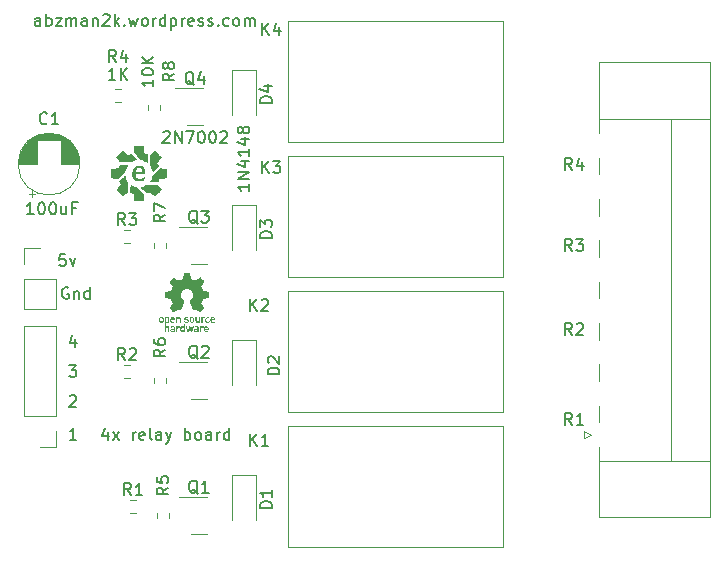
<source format=gbr>
%TF.GenerationSoftware,KiCad,Pcbnew,(6.0.0)*%
%TF.CreationDate,2022-01-04T00:38:58-05:00*%
%TF.ProjectId,4x relay board,34782072-656c-4617-9920-626f6172642e,rev?*%
%TF.SameCoordinates,Original*%
%TF.FileFunction,Legend,Top*%
%TF.FilePolarity,Positive*%
%FSLAX46Y46*%
G04 Gerber Fmt 4.6, Leading zero omitted, Abs format (unit mm)*
G04 Created by KiCad (PCBNEW (6.0.0)) date 2022-01-04 00:38:58*
%MOMM*%
%LPD*%
G01*
G04 APERTURE LIST*
%ADD10C,0.150000*%
%ADD11C,0.120000*%
G04 APERTURE END LIST*
D10*
X133032476Y-72683714D02*
X133032476Y-73350380D01*
X132794380Y-72302761D02*
X132556285Y-73017047D01*
X133175333Y-73017047D01*
X130080857Y-46172380D02*
X130080857Y-45648571D01*
X130033238Y-45553333D01*
X129938000Y-45505714D01*
X129747523Y-45505714D01*
X129652285Y-45553333D01*
X130080857Y-46124761D02*
X129985619Y-46172380D01*
X129747523Y-46172380D01*
X129652285Y-46124761D01*
X129604666Y-46029523D01*
X129604666Y-45934285D01*
X129652285Y-45839047D01*
X129747523Y-45791428D01*
X129985619Y-45791428D01*
X130080857Y-45743809D01*
X130557047Y-46172380D02*
X130557047Y-45172380D01*
X130557047Y-45553333D02*
X130652285Y-45505714D01*
X130842761Y-45505714D01*
X130938000Y-45553333D01*
X130985619Y-45600952D01*
X131033238Y-45696190D01*
X131033238Y-45981904D01*
X130985619Y-46077142D01*
X130938000Y-46124761D01*
X130842761Y-46172380D01*
X130652285Y-46172380D01*
X130557047Y-46124761D01*
X131366571Y-45505714D02*
X131890380Y-45505714D01*
X131366571Y-46172380D01*
X131890380Y-46172380D01*
X132271333Y-46172380D02*
X132271333Y-45505714D01*
X132271333Y-45600952D02*
X132318952Y-45553333D01*
X132414190Y-45505714D01*
X132557047Y-45505714D01*
X132652285Y-45553333D01*
X132699904Y-45648571D01*
X132699904Y-46172380D01*
X132699904Y-45648571D02*
X132747523Y-45553333D01*
X132842761Y-45505714D01*
X132985619Y-45505714D01*
X133080857Y-45553333D01*
X133128476Y-45648571D01*
X133128476Y-46172380D01*
X134033238Y-46172380D02*
X134033238Y-45648571D01*
X133985619Y-45553333D01*
X133890380Y-45505714D01*
X133699904Y-45505714D01*
X133604666Y-45553333D01*
X134033238Y-46124761D02*
X133938000Y-46172380D01*
X133699904Y-46172380D01*
X133604666Y-46124761D01*
X133557047Y-46029523D01*
X133557047Y-45934285D01*
X133604666Y-45839047D01*
X133699904Y-45791428D01*
X133938000Y-45791428D01*
X134033238Y-45743809D01*
X134509428Y-45505714D02*
X134509428Y-46172380D01*
X134509428Y-45600952D02*
X134557047Y-45553333D01*
X134652285Y-45505714D01*
X134795142Y-45505714D01*
X134890380Y-45553333D01*
X134938000Y-45648571D01*
X134938000Y-46172380D01*
X135366571Y-45267619D02*
X135414190Y-45220000D01*
X135509428Y-45172380D01*
X135747523Y-45172380D01*
X135842761Y-45220000D01*
X135890380Y-45267619D01*
X135938000Y-45362857D01*
X135938000Y-45458095D01*
X135890380Y-45600952D01*
X135318952Y-46172380D01*
X135938000Y-46172380D01*
X136366571Y-46172380D02*
X136366571Y-45172380D01*
X136461809Y-45791428D02*
X136747523Y-46172380D01*
X136747523Y-45505714D02*
X136366571Y-45886666D01*
X137176095Y-46077142D02*
X137223714Y-46124761D01*
X137176095Y-46172380D01*
X137128476Y-46124761D01*
X137176095Y-46077142D01*
X137176095Y-46172380D01*
X137557047Y-45505714D02*
X137747523Y-46172380D01*
X137938000Y-45696190D01*
X138128476Y-46172380D01*
X138318952Y-45505714D01*
X138842761Y-46172380D02*
X138747523Y-46124761D01*
X138699904Y-46077142D01*
X138652285Y-45981904D01*
X138652285Y-45696190D01*
X138699904Y-45600952D01*
X138747523Y-45553333D01*
X138842761Y-45505714D01*
X138985619Y-45505714D01*
X139080857Y-45553333D01*
X139128476Y-45600952D01*
X139176095Y-45696190D01*
X139176095Y-45981904D01*
X139128476Y-46077142D01*
X139080857Y-46124761D01*
X138985619Y-46172380D01*
X138842761Y-46172380D01*
X139604666Y-46172380D02*
X139604666Y-45505714D01*
X139604666Y-45696190D02*
X139652285Y-45600952D01*
X139699904Y-45553333D01*
X139795142Y-45505714D01*
X139890380Y-45505714D01*
X140652285Y-46172380D02*
X140652285Y-45172380D01*
X140652285Y-46124761D02*
X140557047Y-46172380D01*
X140366571Y-46172380D01*
X140271333Y-46124761D01*
X140223714Y-46077142D01*
X140176095Y-45981904D01*
X140176095Y-45696190D01*
X140223714Y-45600952D01*
X140271333Y-45553333D01*
X140366571Y-45505714D01*
X140557047Y-45505714D01*
X140652285Y-45553333D01*
X141128476Y-45505714D02*
X141128476Y-46505714D01*
X141128476Y-45553333D02*
X141223714Y-45505714D01*
X141414190Y-45505714D01*
X141509428Y-45553333D01*
X141557047Y-45600952D01*
X141604666Y-45696190D01*
X141604666Y-45981904D01*
X141557047Y-46077142D01*
X141509428Y-46124761D01*
X141414190Y-46172380D01*
X141223714Y-46172380D01*
X141128476Y-46124761D01*
X142033238Y-46172380D02*
X142033238Y-45505714D01*
X142033238Y-45696190D02*
X142080857Y-45600952D01*
X142128476Y-45553333D01*
X142223714Y-45505714D01*
X142318952Y-45505714D01*
X143033238Y-46124761D02*
X142938000Y-46172380D01*
X142747523Y-46172380D01*
X142652285Y-46124761D01*
X142604666Y-46029523D01*
X142604666Y-45648571D01*
X142652285Y-45553333D01*
X142747523Y-45505714D01*
X142938000Y-45505714D01*
X143033238Y-45553333D01*
X143080857Y-45648571D01*
X143080857Y-45743809D01*
X142604666Y-45839047D01*
X143461809Y-46124761D02*
X143557047Y-46172380D01*
X143747523Y-46172380D01*
X143842761Y-46124761D01*
X143890380Y-46029523D01*
X143890380Y-45981904D01*
X143842761Y-45886666D01*
X143747523Y-45839047D01*
X143604666Y-45839047D01*
X143509428Y-45791428D01*
X143461809Y-45696190D01*
X143461809Y-45648571D01*
X143509428Y-45553333D01*
X143604666Y-45505714D01*
X143747523Y-45505714D01*
X143842761Y-45553333D01*
X144271333Y-46124761D02*
X144366571Y-46172380D01*
X144557047Y-46172380D01*
X144652285Y-46124761D01*
X144699904Y-46029523D01*
X144699904Y-45981904D01*
X144652285Y-45886666D01*
X144557047Y-45839047D01*
X144414190Y-45839047D01*
X144318952Y-45791428D01*
X144271333Y-45696190D01*
X144271333Y-45648571D01*
X144318952Y-45553333D01*
X144414190Y-45505714D01*
X144557047Y-45505714D01*
X144652285Y-45553333D01*
X145128476Y-46077142D02*
X145176095Y-46124761D01*
X145128476Y-46172380D01*
X145080857Y-46124761D01*
X145128476Y-46077142D01*
X145128476Y-46172380D01*
X146033238Y-46124761D02*
X145938000Y-46172380D01*
X145747523Y-46172380D01*
X145652285Y-46124761D01*
X145604666Y-46077142D01*
X145557047Y-45981904D01*
X145557047Y-45696190D01*
X145604666Y-45600952D01*
X145652285Y-45553333D01*
X145747523Y-45505714D01*
X145938000Y-45505714D01*
X146033238Y-45553333D01*
X146604666Y-46172380D02*
X146509428Y-46124761D01*
X146461809Y-46077142D01*
X146414190Y-45981904D01*
X146414190Y-45696190D01*
X146461809Y-45600952D01*
X146509428Y-45553333D01*
X146604666Y-45505714D01*
X146747523Y-45505714D01*
X146842761Y-45553333D01*
X146890380Y-45600952D01*
X146938000Y-45696190D01*
X146938000Y-45981904D01*
X146890380Y-46077142D01*
X146842761Y-46124761D01*
X146747523Y-46172380D01*
X146604666Y-46172380D01*
X147366571Y-46172380D02*
X147366571Y-45505714D01*
X147366571Y-45600952D02*
X147414190Y-45553333D01*
X147509428Y-45505714D01*
X147652285Y-45505714D01*
X147747523Y-45553333D01*
X147795142Y-45648571D01*
X147795142Y-46172380D01*
X147795142Y-45648571D02*
X147842761Y-45553333D01*
X147938000Y-45505714D01*
X148080857Y-45505714D01*
X148176095Y-45553333D01*
X148223714Y-45648571D01*
X148223714Y-46172380D01*
X132453142Y-68334000D02*
X132357904Y-68286380D01*
X132215047Y-68286380D01*
X132072190Y-68334000D01*
X131976952Y-68429238D01*
X131929333Y-68524476D01*
X131881714Y-68714952D01*
X131881714Y-68857809D01*
X131929333Y-69048285D01*
X131976952Y-69143523D01*
X132072190Y-69238761D01*
X132215047Y-69286380D01*
X132310285Y-69286380D01*
X132453142Y-69238761D01*
X132500761Y-69191142D01*
X132500761Y-68857809D01*
X132310285Y-68857809D01*
X132929333Y-68619714D02*
X132929333Y-69286380D01*
X132929333Y-68714952D02*
X132976952Y-68667333D01*
X133072190Y-68619714D01*
X133215047Y-68619714D01*
X133310285Y-68667333D01*
X133357904Y-68762571D01*
X133357904Y-69286380D01*
X134262666Y-69286380D02*
X134262666Y-68286380D01*
X134262666Y-69238761D02*
X134167428Y-69286380D01*
X133976952Y-69286380D01*
X133881714Y-69238761D01*
X133834095Y-69191142D01*
X133786476Y-69095904D01*
X133786476Y-68810190D01*
X133834095Y-68714952D01*
X133881714Y-68667333D01*
X133976952Y-68619714D01*
X134167428Y-68619714D01*
X134262666Y-68667333D01*
X132191142Y-65492380D02*
X131714952Y-65492380D01*
X131667333Y-65968571D01*
X131714952Y-65920952D01*
X131810190Y-65873333D01*
X132048285Y-65873333D01*
X132143523Y-65920952D01*
X132191142Y-65968571D01*
X132238761Y-66063809D01*
X132238761Y-66301904D01*
X132191142Y-66397142D01*
X132143523Y-66444761D01*
X132048285Y-66492380D01*
X131810190Y-66492380D01*
X131714952Y-66444761D01*
X131667333Y-66397142D01*
X132572095Y-65825714D02*
X132810190Y-66492380D01*
X133048285Y-65825714D01*
X132508666Y-74890380D02*
X133127714Y-74890380D01*
X132794380Y-75271333D01*
X132937238Y-75271333D01*
X133032476Y-75318952D01*
X133080095Y-75366571D01*
X133127714Y-75461809D01*
X133127714Y-75699904D01*
X133080095Y-75795142D01*
X133032476Y-75842761D01*
X132937238Y-75890380D01*
X132651523Y-75890380D01*
X132556285Y-75842761D01*
X132508666Y-75795142D01*
X135787428Y-80557714D02*
X135787428Y-81224380D01*
X135549333Y-80176761D02*
X135311238Y-80891047D01*
X135930285Y-80891047D01*
X136216000Y-81224380D02*
X136739809Y-80557714D01*
X136216000Y-80557714D02*
X136739809Y-81224380D01*
X137882666Y-81224380D02*
X137882666Y-80557714D01*
X137882666Y-80748190D02*
X137930285Y-80652952D01*
X137977904Y-80605333D01*
X138073142Y-80557714D01*
X138168380Y-80557714D01*
X138882666Y-81176761D02*
X138787428Y-81224380D01*
X138596952Y-81224380D01*
X138501714Y-81176761D01*
X138454095Y-81081523D01*
X138454095Y-80700571D01*
X138501714Y-80605333D01*
X138596952Y-80557714D01*
X138787428Y-80557714D01*
X138882666Y-80605333D01*
X138930285Y-80700571D01*
X138930285Y-80795809D01*
X138454095Y-80891047D01*
X139501714Y-81224380D02*
X139406476Y-81176761D01*
X139358857Y-81081523D01*
X139358857Y-80224380D01*
X140311238Y-81224380D02*
X140311238Y-80700571D01*
X140263619Y-80605333D01*
X140168380Y-80557714D01*
X139977904Y-80557714D01*
X139882666Y-80605333D01*
X140311238Y-81176761D02*
X140216000Y-81224380D01*
X139977904Y-81224380D01*
X139882666Y-81176761D01*
X139835047Y-81081523D01*
X139835047Y-80986285D01*
X139882666Y-80891047D01*
X139977904Y-80843428D01*
X140216000Y-80843428D01*
X140311238Y-80795809D01*
X140692190Y-80557714D02*
X140930285Y-81224380D01*
X141168380Y-80557714D02*
X140930285Y-81224380D01*
X140835047Y-81462476D01*
X140787428Y-81510095D01*
X140692190Y-81557714D01*
X142311238Y-81224380D02*
X142311238Y-80224380D01*
X142311238Y-80605333D02*
X142406476Y-80557714D01*
X142596952Y-80557714D01*
X142692190Y-80605333D01*
X142739809Y-80652952D01*
X142787428Y-80748190D01*
X142787428Y-81033904D01*
X142739809Y-81129142D01*
X142692190Y-81176761D01*
X142596952Y-81224380D01*
X142406476Y-81224380D01*
X142311238Y-81176761D01*
X143358857Y-81224380D02*
X143263619Y-81176761D01*
X143216000Y-81129142D01*
X143168380Y-81033904D01*
X143168380Y-80748190D01*
X143216000Y-80652952D01*
X143263619Y-80605333D01*
X143358857Y-80557714D01*
X143501714Y-80557714D01*
X143596952Y-80605333D01*
X143644571Y-80652952D01*
X143692190Y-80748190D01*
X143692190Y-81033904D01*
X143644571Y-81129142D01*
X143596952Y-81176761D01*
X143501714Y-81224380D01*
X143358857Y-81224380D01*
X144549333Y-81224380D02*
X144549333Y-80700571D01*
X144501714Y-80605333D01*
X144406476Y-80557714D01*
X144216000Y-80557714D01*
X144120761Y-80605333D01*
X144549333Y-81176761D02*
X144454095Y-81224380D01*
X144216000Y-81224380D01*
X144120761Y-81176761D01*
X144073142Y-81081523D01*
X144073142Y-80986285D01*
X144120761Y-80891047D01*
X144216000Y-80843428D01*
X144454095Y-80843428D01*
X144549333Y-80795809D01*
X145025523Y-81224380D02*
X145025523Y-80557714D01*
X145025523Y-80748190D02*
X145073142Y-80652952D01*
X145120761Y-80605333D01*
X145216000Y-80557714D01*
X145311238Y-80557714D01*
X146073142Y-81224380D02*
X146073142Y-80224380D01*
X146073142Y-81176761D02*
X145977904Y-81224380D01*
X145787428Y-81224380D01*
X145692190Y-81176761D01*
X145644571Y-81129142D01*
X145596952Y-81033904D01*
X145596952Y-80748190D01*
X145644571Y-80652952D01*
X145692190Y-80605333D01*
X145787428Y-80557714D01*
X145977904Y-80557714D01*
X146073142Y-80605333D01*
X133127714Y-81224380D02*
X132556285Y-81224380D01*
X132842000Y-81224380D02*
X132842000Y-80224380D01*
X132746761Y-80367238D01*
X132651523Y-80462476D01*
X132556285Y-80510095D01*
X175093333Y-58364380D02*
X174760000Y-57888190D01*
X174521904Y-58364380D02*
X174521904Y-57364380D01*
X174902857Y-57364380D01*
X174998095Y-57412000D01*
X175045714Y-57459619D01*
X175093333Y-57554857D01*
X175093333Y-57697714D01*
X175045714Y-57792952D01*
X174998095Y-57840571D01*
X174902857Y-57888190D01*
X174521904Y-57888190D01*
X175950476Y-57697714D02*
X175950476Y-58364380D01*
X175712380Y-57316761D02*
X175474285Y-58031047D01*
X176093333Y-58031047D01*
X175093333Y-65222380D02*
X174760000Y-64746190D01*
X174521904Y-65222380D02*
X174521904Y-64222380D01*
X174902857Y-64222380D01*
X174998095Y-64270000D01*
X175045714Y-64317619D01*
X175093333Y-64412857D01*
X175093333Y-64555714D01*
X175045714Y-64650952D01*
X174998095Y-64698571D01*
X174902857Y-64746190D01*
X174521904Y-64746190D01*
X175426666Y-64222380D02*
X176045714Y-64222380D01*
X175712380Y-64603333D01*
X175855238Y-64603333D01*
X175950476Y-64650952D01*
X175998095Y-64698571D01*
X176045714Y-64793809D01*
X176045714Y-65031904D01*
X175998095Y-65127142D01*
X175950476Y-65174761D01*
X175855238Y-65222380D01*
X175569523Y-65222380D01*
X175474285Y-65174761D01*
X175426666Y-65127142D01*
X175093333Y-79954380D02*
X174760000Y-79478190D01*
X174521904Y-79954380D02*
X174521904Y-78954380D01*
X174902857Y-78954380D01*
X174998095Y-79002000D01*
X175045714Y-79049619D01*
X175093333Y-79144857D01*
X175093333Y-79287714D01*
X175045714Y-79382952D01*
X174998095Y-79430571D01*
X174902857Y-79478190D01*
X174521904Y-79478190D01*
X176045714Y-79954380D02*
X175474285Y-79954380D01*
X175760000Y-79954380D02*
X175760000Y-78954380D01*
X175664761Y-79097238D01*
X175569523Y-79192476D01*
X175474285Y-79240095D01*
X175093333Y-72334380D02*
X174760000Y-71858190D01*
X174521904Y-72334380D02*
X174521904Y-71334380D01*
X174902857Y-71334380D01*
X174998095Y-71382000D01*
X175045714Y-71429619D01*
X175093333Y-71524857D01*
X175093333Y-71667714D01*
X175045714Y-71762952D01*
X174998095Y-71810571D01*
X174902857Y-71858190D01*
X174521904Y-71858190D01*
X175474285Y-71429619D02*
X175521904Y-71382000D01*
X175617142Y-71334380D01*
X175855238Y-71334380D01*
X175950476Y-71382000D01*
X175998095Y-71429619D01*
X176045714Y-71524857D01*
X176045714Y-71620095D01*
X175998095Y-71762952D01*
X175426666Y-72334380D01*
X176045714Y-72334380D01*
X132556285Y-77525619D02*
X132603904Y-77478000D01*
X132699142Y-77430380D01*
X132937238Y-77430380D01*
X133032476Y-77478000D01*
X133080095Y-77525619D01*
X133127714Y-77620857D01*
X133127714Y-77716095D01*
X133080095Y-77858952D01*
X132508666Y-78430380D01*
X133127714Y-78430380D01*
%TO.C,R7*%
X140660380Y-62142666D02*
X140184190Y-62476000D01*
X140660380Y-62714095D02*
X139660380Y-62714095D01*
X139660380Y-62333142D01*
X139708000Y-62237904D01*
X139755619Y-62190285D01*
X139850857Y-62142666D01*
X139993714Y-62142666D01*
X140088952Y-62190285D01*
X140136571Y-62237904D01*
X140184190Y-62333142D01*
X140184190Y-62714095D01*
X139660380Y-61809333D02*
X139660380Y-61142666D01*
X140660380Y-61571238D01*
%TO.C,D4*%
X149677380Y-52681095D02*
X148677380Y-52681095D01*
X148677380Y-52443000D01*
X148725000Y-52300142D01*
X148820238Y-52204904D01*
X148915476Y-52157285D01*
X149105952Y-52109666D01*
X149248809Y-52109666D01*
X149439285Y-52157285D01*
X149534523Y-52204904D01*
X149629761Y-52300142D01*
X149677380Y-52443000D01*
X149677380Y-52681095D01*
X149010714Y-51252523D02*
X149677380Y-51252523D01*
X148629761Y-51490619D02*
X149344047Y-51728714D01*
X149344047Y-51109666D01*
X147772380Y-59546857D02*
X147772380Y-60118285D01*
X147772380Y-59832571D02*
X146772380Y-59832571D01*
X146915238Y-59927809D01*
X147010476Y-60023047D01*
X147058095Y-60118285D01*
X147772380Y-59118285D02*
X146772380Y-59118285D01*
X147772380Y-58546857D01*
X146772380Y-58546857D01*
X147105714Y-57642095D02*
X147772380Y-57642095D01*
X146724761Y-57880190D02*
X147439047Y-58118285D01*
X147439047Y-57499238D01*
X147772380Y-56594476D02*
X147772380Y-57165904D01*
X147772380Y-56880190D02*
X146772380Y-56880190D01*
X146915238Y-56975428D01*
X147010476Y-57070666D01*
X147058095Y-57165904D01*
X147105714Y-55737333D02*
X147772380Y-55737333D01*
X146724761Y-55975428D02*
X147439047Y-56213523D01*
X147439047Y-55594476D01*
X147200952Y-55070666D02*
X147153333Y-55165904D01*
X147105714Y-55213523D01*
X147010476Y-55261142D01*
X146962857Y-55261142D01*
X146867619Y-55213523D01*
X146820000Y-55165904D01*
X146772380Y-55070666D01*
X146772380Y-54880190D01*
X146820000Y-54784952D01*
X146867619Y-54737333D01*
X146962857Y-54689714D01*
X147010476Y-54689714D01*
X147105714Y-54737333D01*
X147153333Y-54784952D01*
X147200952Y-54880190D01*
X147200952Y-55070666D01*
X147248571Y-55165904D01*
X147296190Y-55213523D01*
X147391428Y-55261142D01*
X147581904Y-55261142D01*
X147677142Y-55213523D01*
X147724761Y-55165904D01*
X147772380Y-55070666D01*
X147772380Y-54880190D01*
X147724761Y-54784952D01*
X147677142Y-54737333D01*
X147581904Y-54689714D01*
X147391428Y-54689714D01*
X147296190Y-54737333D01*
X147248571Y-54784952D01*
X147200952Y-54880190D01*
%TO.C,R2*%
X137247333Y-74460380D02*
X136914000Y-73984190D01*
X136675904Y-74460380D02*
X136675904Y-73460380D01*
X137056857Y-73460380D01*
X137152095Y-73508000D01*
X137199714Y-73555619D01*
X137247333Y-73650857D01*
X137247333Y-73793714D01*
X137199714Y-73888952D01*
X137152095Y-73936571D01*
X137056857Y-73984190D01*
X136675904Y-73984190D01*
X137628285Y-73555619D02*
X137675904Y-73508000D01*
X137771142Y-73460380D01*
X138009238Y-73460380D01*
X138104476Y-73508000D01*
X138152095Y-73555619D01*
X138199714Y-73650857D01*
X138199714Y-73746095D01*
X138152095Y-73888952D01*
X137580666Y-74460380D01*
X138199714Y-74460380D01*
%TO.C,K2*%
X147851904Y-70302380D02*
X147851904Y-69302380D01*
X148423333Y-70302380D02*
X147994761Y-69730952D01*
X148423333Y-69302380D02*
X147851904Y-69873809D01*
X148804285Y-69397619D02*
X148851904Y-69350000D01*
X148947142Y-69302380D01*
X149185238Y-69302380D01*
X149280476Y-69350000D01*
X149328095Y-69397619D01*
X149375714Y-69492857D01*
X149375714Y-69588095D01*
X149328095Y-69730952D01*
X148756666Y-70302380D01*
X149375714Y-70302380D01*
%TO.C,Q2*%
X143414761Y-74347619D02*
X143319523Y-74300000D01*
X143224285Y-74204761D01*
X143081428Y-74061904D01*
X142986190Y-74014285D01*
X142890952Y-74014285D01*
X142938571Y-74252380D02*
X142843333Y-74204761D01*
X142748095Y-74109523D01*
X142700476Y-73919047D01*
X142700476Y-73585714D01*
X142748095Y-73395238D01*
X142843333Y-73300000D01*
X142938571Y-73252380D01*
X143129047Y-73252380D01*
X143224285Y-73300000D01*
X143319523Y-73395238D01*
X143367142Y-73585714D01*
X143367142Y-73919047D01*
X143319523Y-74109523D01*
X143224285Y-74204761D01*
X143129047Y-74252380D01*
X142938571Y-74252380D01*
X143748095Y-73347619D02*
X143795714Y-73300000D01*
X143890952Y-73252380D01*
X144129047Y-73252380D01*
X144224285Y-73300000D01*
X144271904Y-73347619D01*
X144319523Y-73442857D01*
X144319523Y-73538095D01*
X144271904Y-73680952D01*
X143700476Y-74252380D01*
X144319523Y-74252380D01*
%TO.C,R4*%
X136485333Y-49220380D02*
X136152000Y-48744190D01*
X135913904Y-49220380D02*
X135913904Y-48220380D01*
X136294857Y-48220380D01*
X136390095Y-48268000D01*
X136437714Y-48315619D01*
X136485333Y-48410857D01*
X136485333Y-48553714D01*
X136437714Y-48648952D01*
X136390095Y-48696571D01*
X136294857Y-48744190D01*
X135913904Y-48744190D01*
X137342476Y-48553714D02*
X137342476Y-49220380D01*
X137104380Y-48172761D02*
X136866285Y-48887047D01*
X137485333Y-48887047D01*
X136437714Y-50744380D02*
X135866285Y-50744380D01*
X136152000Y-50744380D02*
X136152000Y-49744380D01*
X136056761Y-49887238D01*
X135961523Y-49982476D01*
X135866285Y-50030095D01*
X136866285Y-50744380D02*
X136866285Y-49744380D01*
X137437714Y-50744380D02*
X137009142Y-50172952D01*
X137437714Y-49744380D02*
X136866285Y-50315809D01*
%TO.C,C1*%
X130643333Y-54398255D02*
X130595714Y-54445874D01*
X130452857Y-54493493D01*
X130357619Y-54493493D01*
X130214761Y-54445874D01*
X130119523Y-54350636D01*
X130071904Y-54255398D01*
X130024285Y-54064922D01*
X130024285Y-53922065D01*
X130071904Y-53731589D01*
X130119523Y-53636351D01*
X130214761Y-53541113D01*
X130357619Y-53493493D01*
X130452857Y-53493493D01*
X130595714Y-53541113D01*
X130643333Y-53588732D01*
X131595714Y-54493493D02*
X131024285Y-54493493D01*
X131310000Y-54493493D02*
X131310000Y-53493493D01*
X131214761Y-53636351D01*
X131119523Y-53731589D01*
X131024285Y-53779208D01*
X129516380Y-62113493D02*
X128944952Y-62113493D01*
X129230666Y-62113493D02*
X129230666Y-61113493D01*
X129135428Y-61256351D01*
X129040190Y-61351589D01*
X128944952Y-61399208D01*
X130135428Y-61113493D02*
X130230666Y-61113493D01*
X130325904Y-61161113D01*
X130373523Y-61208732D01*
X130421142Y-61303970D01*
X130468761Y-61494446D01*
X130468761Y-61732541D01*
X130421142Y-61923017D01*
X130373523Y-62018255D01*
X130325904Y-62065874D01*
X130230666Y-62113493D01*
X130135428Y-62113493D01*
X130040190Y-62065874D01*
X129992571Y-62018255D01*
X129944952Y-61923017D01*
X129897333Y-61732541D01*
X129897333Y-61494446D01*
X129944952Y-61303970D01*
X129992571Y-61208732D01*
X130040190Y-61161113D01*
X130135428Y-61113493D01*
X131087809Y-61113493D02*
X131183047Y-61113493D01*
X131278285Y-61161113D01*
X131325904Y-61208732D01*
X131373523Y-61303970D01*
X131421142Y-61494446D01*
X131421142Y-61732541D01*
X131373523Y-61923017D01*
X131325904Y-62018255D01*
X131278285Y-62065874D01*
X131183047Y-62113493D01*
X131087809Y-62113493D01*
X130992571Y-62065874D01*
X130944952Y-62018255D01*
X130897333Y-61923017D01*
X130849714Y-61732541D01*
X130849714Y-61494446D01*
X130897333Y-61303970D01*
X130944952Y-61208732D01*
X130992571Y-61161113D01*
X131087809Y-61113493D01*
X132278285Y-61446827D02*
X132278285Y-62113493D01*
X131849714Y-61446827D02*
X131849714Y-61970636D01*
X131897333Y-62065874D01*
X131992571Y-62113493D01*
X132135428Y-62113493D01*
X132230666Y-62065874D01*
X132278285Y-62018255D01*
X133087809Y-61589684D02*
X132754476Y-61589684D01*
X132754476Y-62113493D02*
X132754476Y-61113493D01*
X133230666Y-61113493D01*
%TO.C,D3*%
X149677380Y-64111095D02*
X148677380Y-64111095D01*
X148677380Y-63873000D01*
X148725000Y-63730142D01*
X148820238Y-63634904D01*
X148915476Y-63587285D01*
X149105952Y-63539666D01*
X149248809Y-63539666D01*
X149439285Y-63587285D01*
X149534523Y-63634904D01*
X149629761Y-63730142D01*
X149677380Y-63873000D01*
X149677380Y-64111095D01*
X148677380Y-63206333D02*
X148677380Y-62587285D01*
X149058333Y-62920619D01*
X149058333Y-62777761D01*
X149105952Y-62682523D01*
X149153571Y-62634904D01*
X149248809Y-62587285D01*
X149486904Y-62587285D01*
X149582142Y-62634904D01*
X149629761Y-62682523D01*
X149677380Y-62777761D01*
X149677380Y-63063476D01*
X149629761Y-63158714D01*
X149582142Y-63206333D01*
%TO.C,Q4*%
X143082261Y-51167619D02*
X142987023Y-51120000D01*
X142891785Y-51024761D01*
X142748928Y-50881904D01*
X142653690Y-50834285D01*
X142558452Y-50834285D01*
X142606071Y-51072380D02*
X142510833Y-51024761D01*
X142415595Y-50929523D01*
X142367976Y-50739047D01*
X142367976Y-50405714D01*
X142415595Y-50215238D01*
X142510833Y-50120000D01*
X142606071Y-50072380D01*
X142796547Y-50072380D01*
X142891785Y-50120000D01*
X142987023Y-50215238D01*
X143034642Y-50405714D01*
X143034642Y-50739047D01*
X142987023Y-50929523D01*
X142891785Y-51024761D01*
X142796547Y-51072380D01*
X142606071Y-51072380D01*
X143891785Y-50405714D02*
X143891785Y-51072380D01*
X143653690Y-50024761D02*
X143415595Y-50739047D01*
X144034642Y-50739047D01*
X140463214Y-55173619D02*
X140510833Y-55126000D01*
X140606071Y-55078380D01*
X140844166Y-55078380D01*
X140939404Y-55126000D01*
X140987023Y-55173619D01*
X141034642Y-55268857D01*
X141034642Y-55364095D01*
X140987023Y-55506952D01*
X140415595Y-56078380D01*
X141034642Y-56078380D01*
X141463214Y-56078380D02*
X141463214Y-55078380D01*
X142034642Y-56078380D01*
X142034642Y-55078380D01*
X142415595Y-55078380D02*
X143082261Y-55078380D01*
X142653690Y-56078380D01*
X143653690Y-55078380D02*
X143748928Y-55078380D01*
X143844166Y-55126000D01*
X143891785Y-55173619D01*
X143939404Y-55268857D01*
X143987023Y-55459333D01*
X143987023Y-55697428D01*
X143939404Y-55887904D01*
X143891785Y-55983142D01*
X143844166Y-56030761D01*
X143748928Y-56078380D01*
X143653690Y-56078380D01*
X143558452Y-56030761D01*
X143510833Y-55983142D01*
X143463214Y-55887904D01*
X143415595Y-55697428D01*
X143415595Y-55459333D01*
X143463214Y-55268857D01*
X143510833Y-55173619D01*
X143558452Y-55126000D01*
X143653690Y-55078380D01*
X144606071Y-55078380D02*
X144701309Y-55078380D01*
X144796547Y-55126000D01*
X144844166Y-55173619D01*
X144891785Y-55268857D01*
X144939404Y-55459333D01*
X144939404Y-55697428D01*
X144891785Y-55887904D01*
X144844166Y-55983142D01*
X144796547Y-56030761D01*
X144701309Y-56078380D01*
X144606071Y-56078380D01*
X144510833Y-56030761D01*
X144463214Y-55983142D01*
X144415595Y-55887904D01*
X144367976Y-55697428D01*
X144367976Y-55459333D01*
X144415595Y-55268857D01*
X144463214Y-55173619D01*
X144510833Y-55126000D01*
X144606071Y-55078380D01*
X145320357Y-55173619D02*
X145367976Y-55126000D01*
X145463214Y-55078380D01*
X145701309Y-55078380D01*
X145796547Y-55126000D01*
X145844166Y-55173619D01*
X145891785Y-55268857D01*
X145891785Y-55364095D01*
X145844166Y-55506952D01*
X145272738Y-56078380D01*
X145891785Y-56078380D01*
%TO.C,R6*%
X140660380Y-73572666D02*
X140184190Y-73906000D01*
X140660380Y-74144095D02*
X139660380Y-74144095D01*
X139660380Y-73763142D01*
X139708000Y-73667904D01*
X139755619Y-73620285D01*
X139850857Y-73572666D01*
X139993714Y-73572666D01*
X140088952Y-73620285D01*
X140136571Y-73667904D01*
X140184190Y-73763142D01*
X140184190Y-74144095D01*
X139660380Y-72715523D02*
X139660380Y-72906000D01*
X139708000Y-73001238D01*
X139755619Y-73048857D01*
X139898476Y-73144095D01*
X140088952Y-73191714D01*
X140469904Y-73191714D01*
X140565142Y-73144095D01*
X140612761Y-73096476D01*
X140660380Y-73001238D01*
X140660380Y-72810761D01*
X140612761Y-72715523D01*
X140565142Y-72667904D01*
X140469904Y-72620285D01*
X140231809Y-72620285D01*
X140136571Y-72667904D01*
X140088952Y-72715523D01*
X140041333Y-72810761D01*
X140041333Y-73001238D01*
X140088952Y-73096476D01*
X140136571Y-73144095D01*
X140231809Y-73191714D01*
%TO.C,K1*%
X147851904Y-81732380D02*
X147851904Y-80732380D01*
X148423333Y-81732380D02*
X147994761Y-81160952D01*
X148423333Y-80732380D02*
X147851904Y-81303809D01*
X149375714Y-81732380D02*
X148804285Y-81732380D01*
X149090000Y-81732380D02*
X149090000Y-80732380D01*
X148994761Y-80875238D01*
X148899523Y-80970476D01*
X148804285Y-81018095D01*
%TO.C,R5*%
X140914380Y-85256666D02*
X140438190Y-85590000D01*
X140914380Y-85828095D02*
X139914380Y-85828095D01*
X139914380Y-85447142D01*
X139962000Y-85351904D01*
X140009619Y-85304285D01*
X140104857Y-85256666D01*
X140247714Y-85256666D01*
X140342952Y-85304285D01*
X140390571Y-85351904D01*
X140438190Y-85447142D01*
X140438190Y-85828095D01*
X139914380Y-84351904D02*
X139914380Y-84828095D01*
X140390571Y-84875714D01*
X140342952Y-84828095D01*
X140295333Y-84732857D01*
X140295333Y-84494761D01*
X140342952Y-84399523D01*
X140390571Y-84351904D01*
X140485809Y-84304285D01*
X140723904Y-84304285D01*
X140819142Y-84351904D01*
X140866761Y-84399523D01*
X140914380Y-84494761D01*
X140914380Y-84732857D01*
X140866761Y-84828095D01*
X140819142Y-84875714D01*
%TO.C,Q1*%
X143414761Y-85777619D02*
X143319523Y-85730000D01*
X143224285Y-85634761D01*
X143081428Y-85491904D01*
X142986190Y-85444285D01*
X142890952Y-85444285D01*
X142938571Y-85682380D02*
X142843333Y-85634761D01*
X142748095Y-85539523D01*
X142700476Y-85349047D01*
X142700476Y-85015714D01*
X142748095Y-84825238D01*
X142843333Y-84730000D01*
X142938571Y-84682380D01*
X143129047Y-84682380D01*
X143224285Y-84730000D01*
X143319523Y-84825238D01*
X143367142Y-85015714D01*
X143367142Y-85349047D01*
X143319523Y-85539523D01*
X143224285Y-85634761D01*
X143129047Y-85682380D01*
X142938571Y-85682380D01*
X144319523Y-85682380D02*
X143748095Y-85682380D01*
X144033809Y-85682380D02*
X144033809Y-84682380D01*
X143938571Y-84825238D01*
X143843333Y-84920476D01*
X143748095Y-84968095D01*
%TO.C,R1*%
X137755333Y-85890380D02*
X137422000Y-85414190D01*
X137183904Y-85890380D02*
X137183904Y-84890380D01*
X137564857Y-84890380D01*
X137660095Y-84938000D01*
X137707714Y-84985619D01*
X137755333Y-85080857D01*
X137755333Y-85223714D01*
X137707714Y-85318952D01*
X137660095Y-85366571D01*
X137564857Y-85414190D01*
X137183904Y-85414190D01*
X138707714Y-85890380D02*
X138136285Y-85890380D01*
X138422000Y-85890380D02*
X138422000Y-84890380D01*
X138326761Y-85033238D01*
X138231523Y-85128476D01*
X138136285Y-85176095D01*
%TO.C,D1*%
X149677380Y-86971095D02*
X148677380Y-86971095D01*
X148677380Y-86733000D01*
X148725000Y-86590142D01*
X148820238Y-86494904D01*
X148915476Y-86447285D01*
X149105952Y-86399666D01*
X149248809Y-86399666D01*
X149439285Y-86447285D01*
X149534523Y-86494904D01*
X149629761Y-86590142D01*
X149677380Y-86733000D01*
X149677380Y-86971095D01*
X149677380Y-85447285D02*
X149677380Y-86018714D01*
X149677380Y-85733000D02*
X148677380Y-85733000D01*
X148820238Y-85828238D01*
X148915476Y-85923476D01*
X148963095Y-86018714D01*
%TO.C,R3*%
X137247333Y-63030380D02*
X136914000Y-62554190D01*
X136675904Y-63030380D02*
X136675904Y-62030380D01*
X137056857Y-62030380D01*
X137152095Y-62078000D01*
X137199714Y-62125619D01*
X137247333Y-62220857D01*
X137247333Y-62363714D01*
X137199714Y-62458952D01*
X137152095Y-62506571D01*
X137056857Y-62554190D01*
X136675904Y-62554190D01*
X137580666Y-62030380D02*
X138199714Y-62030380D01*
X137866380Y-62411333D01*
X138009238Y-62411333D01*
X138104476Y-62458952D01*
X138152095Y-62506571D01*
X138199714Y-62601809D01*
X138199714Y-62839904D01*
X138152095Y-62935142D01*
X138104476Y-62982761D01*
X138009238Y-63030380D01*
X137723523Y-63030380D01*
X137628285Y-62982761D01*
X137580666Y-62935142D01*
%TO.C,K4*%
X148867904Y-46934380D02*
X148867904Y-45934380D01*
X149439333Y-46934380D02*
X149010761Y-46362952D01*
X149439333Y-45934380D02*
X148867904Y-46505809D01*
X150296476Y-46267714D02*
X150296476Y-46934380D01*
X150058380Y-45886761D02*
X149820285Y-46601047D01*
X150439333Y-46601047D01*
%TO.C,D2*%
X150312380Y-75668095D02*
X149312380Y-75668095D01*
X149312380Y-75430000D01*
X149360000Y-75287142D01*
X149455238Y-75191904D01*
X149550476Y-75144285D01*
X149740952Y-75096666D01*
X149883809Y-75096666D01*
X150074285Y-75144285D01*
X150169523Y-75191904D01*
X150264761Y-75287142D01*
X150312380Y-75430000D01*
X150312380Y-75668095D01*
X149407619Y-74715714D02*
X149360000Y-74668095D01*
X149312380Y-74572857D01*
X149312380Y-74334761D01*
X149360000Y-74239523D01*
X149407619Y-74191904D01*
X149502857Y-74144285D01*
X149598095Y-74144285D01*
X149740952Y-74191904D01*
X150312380Y-74763333D01*
X150312380Y-74144285D01*
%TO.C,R8*%
X141422380Y-50204666D02*
X140946190Y-50538000D01*
X141422380Y-50776095D02*
X140422380Y-50776095D01*
X140422380Y-50395142D01*
X140470000Y-50299904D01*
X140517619Y-50252285D01*
X140612857Y-50204666D01*
X140755714Y-50204666D01*
X140850952Y-50252285D01*
X140898571Y-50299904D01*
X140946190Y-50395142D01*
X140946190Y-50776095D01*
X140850952Y-49633238D02*
X140803333Y-49728476D01*
X140755714Y-49776095D01*
X140660476Y-49823714D01*
X140612857Y-49823714D01*
X140517619Y-49776095D01*
X140470000Y-49728476D01*
X140422380Y-49633238D01*
X140422380Y-49442761D01*
X140470000Y-49347523D01*
X140517619Y-49299904D01*
X140612857Y-49252285D01*
X140660476Y-49252285D01*
X140755714Y-49299904D01*
X140803333Y-49347523D01*
X140850952Y-49442761D01*
X140850952Y-49633238D01*
X140898571Y-49728476D01*
X140946190Y-49776095D01*
X141041428Y-49823714D01*
X141231904Y-49823714D01*
X141327142Y-49776095D01*
X141374761Y-49728476D01*
X141422380Y-49633238D01*
X141422380Y-49442761D01*
X141374761Y-49347523D01*
X141327142Y-49299904D01*
X141231904Y-49252285D01*
X141041428Y-49252285D01*
X140946190Y-49299904D01*
X140898571Y-49347523D01*
X140850952Y-49442761D01*
X139644380Y-50728476D02*
X139644380Y-51299904D01*
X139644380Y-51014190D02*
X138644380Y-51014190D01*
X138787238Y-51109428D01*
X138882476Y-51204666D01*
X138930095Y-51299904D01*
X138644380Y-50109428D02*
X138644380Y-50014190D01*
X138692000Y-49918952D01*
X138739619Y-49871333D01*
X138834857Y-49823714D01*
X139025333Y-49776095D01*
X139263428Y-49776095D01*
X139453904Y-49823714D01*
X139549142Y-49871333D01*
X139596761Y-49918952D01*
X139644380Y-50014190D01*
X139644380Y-50109428D01*
X139596761Y-50204666D01*
X139549142Y-50252285D01*
X139453904Y-50299904D01*
X139263428Y-50347523D01*
X139025333Y-50347523D01*
X138834857Y-50299904D01*
X138739619Y-50252285D01*
X138692000Y-50204666D01*
X138644380Y-50109428D01*
X139644380Y-49347523D02*
X138644380Y-49347523D01*
X139644380Y-48776095D02*
X139072952Y-49204666D01*
X138644380Y-48776095D02*
X139215809Y-49347523D01*
%TO.C,K3*%
X148867904Y-58618380D02*
X148867904Y-57618380D01*
X149439333Y-58618380D02*
X149010761Y-58046952D01*
X149439333Y-57618380D02*
X148867904Y-58189809D01*
X149772666Y-57618380D02*
X150391714Y-57618380D01*
X150058380Y-57999333D01*
X150201238Y-57999333D01*
X150296476Y-58046952D01*
X150344095Y-58094571D01*
X150391714Y-58189809D01*
X150391714Y-58427904D01*
X150344095Y-58523142D01*
X150296476Y-58570761D01*
X150201238Y-58618380D01*
X149915523Y-58618380D01*
X149820285Y-58570761D01*
X149772666Y-58523142D01*
%TO.C,Q3*%
X143414761Y-62917619D02*
X143319523Y-62870000D01*
X143224285Y-62774761D01*
X143081428Y-62631904D01*
X142986190Y-62584285D01*
X142890952Y-62584285D01*
X142938571Y-62822380D02*
X142843333Y-62774761D01*
X142748095Y-62679523D01*
X142700476Y-62489047D01*
X142700476Y-62155714D01*
X142748095Y-61965238D01*
X142843333Y-61870000D01*
X142938571Y-61822380D01*
X143129047Y-61822380D01*
X143224285Y-61870000D01*
X143319523Y-61965238D01*
X143367142Y-62155714D01*
X143367142Y-62489047D01*
X143319523Y-62679523D01*
X143224285Y-62774761D01*
X143129047Y-62822380D01*
X142938571Y-62822380D01*
X143700476Y-61822380D02*
X144319523Y-61822380D01*
X143986190Y-62203333D01*
X144129047Y-62203333D01*
X144224285Y-62250952D01*
X144271904Y-62298571D01*
X144319523Y-62393809D01*
X144319523Y-62631904D01*
X144271904Y-62727142D01*
X144224285Y-62774761D01*
X144129047Y-62822380D01*
X143843333Y-62822380D01*
X143748095Y-62774761D01*
X143700476Y-62727142D01*
D11*
%TO.C,R7*%
X140730500Y-64532742D02*
X140730500Y-65007258D01*
X139685500Y-64532742D02*
X139685500Y-65007258D01*
%TO.C,J1*%
X128718000Y-70159000D02*
X131378000Y-70159000D01*
X128718000Y-66289000D02*
X128718000Y-64959000D01*
X128718000Y-67559000D02*
X128718000Y-70159000D01*
X128718000Y-64959000D02*
X130048000Y-64959000D01*
X131378000Y-67559000D02*
X131378000Y-70159000D01*
X128718000Y-67559000D02*
X131378000Y-67559000D01*
%TO.C,J3*%
X176677500Y-80775000D02*
X176077500Y-81075000D01*
X177367500Y-62225000D02*
X177367500Y-60825000D01*
X177367500Y-69225000D02*
X177367500Y-67825000D01*
X176077500Y-80475000D02*
X176677500Y-80775000D01*
X177367500Y-87785000D02*
X177367500Y-81825000D01*
X177367500Y-54065000D02*
X186787500Y-54065000D01*
X186787500Y-87785000D02*
X186787500Y-49265000D01*
X177367500Y-65725000D02*
X177367500Y-64325000D01*
X177367500Y-72725000D02*
X177367500Y-71325000D01*
X177367500Y-58725000D02*
X177367500Y-57325000D01*
X177367500Y-87785000D02*
X186787500Y-87785000D01*
X176077500Y-81075000D02*
X176077500Y-80475000D01*
X177367500Y-79725000D02*
X177367500Y-78325000D01*
X177367500Y-49265000D02*
X177367500Y-55225000D01*
X186787500Y-49265000D02*
X177367500Y-49265000D01*
X177367500Y-76225000D02*
X177367500Y-74825000D01*
X177367500Y-82985000D02*
X186787500Y-82985000D01*
X183477500Y-82985000D02*
X183477500Y-54065000D01*
%TO.C,D4*%
X148320000Y-49870000D02*
X148320000Y-53720000D01*
X146320000Y-49870000D02*
X146320000Y-53720000D01*
X148320000Y-49870000D02*
X146320000Y-49870000D01*
%TO.C,R2*%
X137176742Y-74915500D02*
X137651258Y-74915500D01*
X137176742Y-75960500D02*
X137651258Y-75960500D01*
%TO.C,K2*%
X151015000Y-68655000D02*
X169215000Y-68655000D01*
X169215000Y-68655000D02*
X169215000Y-78855000D01*
X169215000Y-78855000D02*
X151015000Y-78855000D01*
X151015000Y-78855000D02*
X151015000Y-68655000D01*
%TO.C,Q2*%
X143510000Y-77760000D02*
X142860000Y-77760000D01*
X143510000Y-77760000D02*
X144160000Y-77760000D01*
X143510000Y-74640000D02*
X141835000Y-74640000D01*
X143510000Y-74640000D02*
X144160000Y-74640000D01*
%TO.C,R4*%
X136414742Y-52592500D02*
X136889258Y-52592500D01*
X136414742Y-51547500D02*
X136889258Y-51547500D01*
%TO.C,C1*%
X131850000Y-56986113D02*
X133238000Y-56986113D01*
X131850000Y-57267113D02*
X133321000Y-57267113D01*
X131850000Y-57026113D02*
X133252000Y-57026113D01*
X131850000Y-56866113D02*
X133192000Y-56866113D01*
X131850000Y-56226113D02*
X132814000Y-56226113D01*
X131850000Y-57187113D02*
X133301000Y-57187113D01*
X131850000Y-57787113D02*
X133389000Y-57787113D01*
X131850000Y-57146113D02*
X133290000Y-57146113D01*
X128445000Y-56826113D02*
X129770000Y-56826113D01*
X131850000Y-57747113D02*
X133388000Y-57747113D01*
X128230000Y-57827113D02*
X129770000Y-57827113D01*
X129205000Y-55826113D02*
X132415000Y-55826113D01*
X131850000Y-57627113D02*
X133379000Y-57627113D01*
X128775000Y-56266113D02*
X129770000Y-56266113D01*
X131850000Y-55866113D02*
X132463000Y-55866113D01*
X128946000Y-56066113D02*
X129770000Y-56066113D01*
X128661000Y-56426113D02*
X129770000Y-56426113D01*
X131850000Y-56826113D02*
X133175000Y-56826113D01*
X129427000Y-55666113D02*
X132193000Y-55666113D01*
X128319000Y-57187113D02*
X129770000Y-57187113D01*
X128231000Y-57787113D02*
X129770000Y-57787113D01*
X128396000Y-56946113D02*
X129770000Y-56946113D01*
X128500000Y-56706113D02*
X129770000Y-56706113D01*
X129367000Y-55706113D02*
X132253000Y-55706113D01*
X131850000Y-57066113D02*
X133265000Y-57066113D01*
X128299000Y-57267113D02*
X129770000Y-57267113D01*
X129632000Y-55546113D02*
X131988000Y-55546113D01*
X128368000Y-57026113D02*
X129770000Y-57026113D01*
X129310000Y-55746113D02*
X132310000Y-55746113D01*
X130005000Y-55386113D02*
X131615000Y-55386113D01*
X131850000Y-56706113D02*
X133120000Y-56706113D01*
X131850000Y-56026113D02*
X132636000Y-56026113D01*
X128635000Y-56466113D02*
X129770000Y-56466113D01*
X128412000Y-56906113D02*
X129770000Y-56906113D01*
X128806000Y-56226113D02*
X129770000Y-56226113D01*
X129559000Y-55586113D02*
X132061000Y-55586113D01*
X128610000Y-56506113D02*
X129770000Y-56506113D01*
X129111000Y-55906113D02*
X129770000Y-55906113D01*
X129157000Y-55866113D02*
X129770000Y-55866113D01*
X128309000Y-57227113D02*
X129770000Y-57227113D01*
X128688000Y-56386113D02*
X129770000Y-56386113D01*
X128542000Y-56626113D02*
X129770000Y-56626113D01*
X131850000Y-57827113D02*
X133390000Y-57827113D01*
X129335000Y-60671888D02*
X129335000Y-60171888D01*
X128873000Y-56146113D02*
X129770000Y-56146113D01*
X128330000Y-57146113D02*
X129770000Y-57146113D01*
X128909000Y-56106113D02*
X129770000Y-56106113D01*
X131850000Y-57547113D02*
X133371000Y-57547113D01*
X128274000Y-57387113D02*
X129770000Y-57387113D01*
X130292000Y-55306113D02*
X131328000Y-55306113D01*
X131850000Y-57347113D02*
X133338000Y-57347113D01*
X128237000Y-57667113D02*
X129770000Y-57667113D01*
X131850000Y-57106113D02*
X133278000Y-57106113D01*
X129067000Y-55946113D02*
X129770000Y-55946113D01*
X131850000Y-56586113D02*
X133057000Y-56586113D01*
X129799000Y-55466113D02*
X131821000Y-55466113D01*
X128462000Y-56786113D02*
X129770000Y-56786113D01*
X131850000Y-56626113D02*
X133078000Y-56626113D01*
X131850000Y-56946113D02*
X133224000Y-56946113D01*
X131850000Y-56546113D02*
X133034000Y-56546113D01*
X131850000Y-56386113D02*
X132932000Y-56386113D01*
X129085000Y-60421888D02*
X129585000Y-60421888D01*
X128249000Y-57547113D02*
X129770000Y-57547113D01*
X128290000Y-57307113D02*
X129770000Y-57307113D01*
X131850000Y-57307113D02*
X133330000Y-57307113D01*
X128745000Y-56306113D02*
X129770000Y-56306113D01*
X131850000Y-56146113D02*
X132747000Y-56146113D01*
X129491000Y-55626113D02*
X132129000Y-55626113D01*
X128232000Y-57747113D02*
X129770000Y-57747113D01*
X131850000Y-56106113D02*
X132711000Y-56106113D01*
X128481000Y-56746113D02*
X129770000Y-56746113D01*
X131850000Y-57467113D02*
X133360000Y-57467113D01*
X131850000Y-55906113D02*
X132509000Y-55906113D01*
X131850000Y-56906113D02*
X133208000Y-56906113D01*
X128282000Y-57347113D02*
X129770000Y-57347113D01*
X128342000Y-57106113D02*
X129770000Y-57106113D01*
X131850000Y-56306113D02*
X132875000Y-56306113D01*
X128230000Y-57867113D02*
X129770000Y-57867113D01*
X131850000Y-57667113D02*
X133383000Y-57667113D01*
X129895000Y-55426113D02*
X131725000Y-55426113D01*
X128260000Y-57467113D02*
X129770000Y-57467113D01*
X130133000Y-55346113D02*
X131487000Y-55346113D01*
X128355000Y-57066113D02*
X129770000Y-57066113D01*
X128241000Y-57627113D02*
X129770000Y-57627113D01*
X131850000Y-56786113D02*
X133158000Y-56786113D01*
X130526000Y-55266113D02*
X131094000Y-55266113D01*
X131850000Y-57587113D02*
X133375000Y-57587113D01*
X131850000Y-56746113D02*
X133139000Y-56746113D01*
X128245000Y-57587113D02*
X129770000Y-57587113D01*
X131850000Y-57227113D02*
X133311000Y-57227113D01*
X128520000Y-56666113D02*
X129770000Y-56666113D01*
X129256000Y-55786113D02*
X132364000Y-55786113D01*
X131850000Y-57867113D02*
X133390000Y-57867113D01*
X131850000Y-56506113D02*
X133010000Y-56506113D01*
X131850000Y-56346113D02*
X132905000Y-56346113D01*
X128839000Y-56186113D02*
X129770000Y-56186113D01*
X128586000Y-56546113D02*
X129770000Y-56546113D01*
X128715000Y-56346113D02*
X129770000Y-56346113D01*
X131850000Y-56426113D02*
X132959000Y-56426113D01*
X131850000Y-56466113D02*
X132985000Y-56466113D01*
X131850000Y-56066113D02*
X132674000Y-56066113D01*
X131850000Y-57707113D02*
X133386000Y-57707113D01*
X128428000Y-56866113D02*
X129770000Y-56866113D01*
X131850000Y-56266113D02*
X132845000Y-56266113D01*
X131850000Y-56666113D02*
X133100000Y-56666113D01*
X128254000Y-57507113D02*
X129770000Y-57507113D01*
X128267000Y-57427113D02*
X129770000Y-57427113D01*
X131850000Y-57507113D02*
X133366000Y-57507113D01*
X129712000Y-55506113D02*
X131908000Y-55506113D01*
X131850000Y-57427113D02*
X133353000Y-57427113D01*
X128984000Y-56026113D02*
X129770000Y-56026113D01*
X131850000Y-55946113D02*
X132553000Y-55946113D01*
X131850000Y-57387113D02*
X133346000Y-57387113D01*
X131850000Y-56186113D02*
X132781000Y-56186113D01*
X128563000Y-56586113D02*
X129770000Y-56586113D01*
X128382000Y-56986113D02*
X129770000Y-56986113D01*
X128234000Y-57707113D02*
X129770000Y-57707113D01*
X129025000Y-55986113D02*
X129770000Y-55986113D01*
X131850000Y-55986113D02*
X132595000Y-55986113D01*
X133430000Y-57867113D02*
G75*
G03*
X133430000Y-57867113I-2620000J0D01*
G01*
%TO.C,D3*%
X146320000Y-61300000D02*
X146320000Y-65150000D01*
X148320000Y-61300000D02*
X148320000Y-65150000D01*
X148320000Y-61300000D02*
X146320000Y-61300000D01*
%TO.C,Q4*%
X143177500Y-51460000D02*
X141502500Y-51460000D01*
X143177500Y-51460000D02*
X143827500Y-51460000D01*
X143177500Y-54580000D02*
X142527500Y-54580000D01*
X143177500Y-54580000D02*
X143827500Y-54580000D01*
%TO.C,J2*%
X131378000Y-81833000D02*
X130048000Y-81833000D01*
X128718000Y-79233000D02*
X128718000Y-71553000D01*
X131378000Y-79233000D02*
X131378000Y-71553000D01*
X131378000Y-80503000D02*
X131378000Y-81833000D01*
X131378000Y-71553000D02*
X128718000Y-71553000D01*
X131378000Y-79233000D02*
X128718000Y-79233000D01*
%TO.C,R6*%
X139685500Y-75962742D02*
X139685500Y-76437258D01*
X140730500Y-75962742D02*
X140730500Y-76437258D01*
%TO.C,G\u002A\u002A\u002A*%
G36*
X141093497Y-71883197D02*
G01*
X141111051Y-71851966D01*
X141122538Y-71839071D01*
X141139312Y-71825137D01*
X141157137Y-71814814D01*
X141178320Y-71807508D01*
X141205170Y-71802623D01*
X141239996Y-71799565D01*
X141282765Y-71797805D01*
X141374975Y-71795179D01*
X141374975Y-71761065D01*
X141373762Y-71739354D01*
X141370660Y-71721205D01*
X141368220Y-71714331D01*
X141354268Y-71700349D01*
X141330852Y-71690125D01*
X141300706Y-71684657D01*
X141285310Y-71684014D01*
X141250413Y-71685474D01*
X141224847Y-71690342D01*
X141205730Y-71699351D01*
X141196723Y-71706518D01*
X141180834Y-71721244D01*
X141143496Y-71692248D01*
X141125604Y-71677767D01*
X141112389Y-71665955D01*
X141106307Y-71659031D01*
X141106159Y-71658491D01*
X141110539Y-71652123D01*
X141121830Y-71640729D01*
X141132560Y-71631132D01*
X141158909Y-71612543D01*
X141188575Y-71600034D01*
X141223985Y-71593008D01*
X141267568Y-71590870D01*
X141293980Y-71591479D01*
X141326514Y-71593268D01*
X141350330Y-71595986D01*
X141369213Y-71600373D01*
X141386947Y-71607171D01*
X141396099Y-71611477D01*
X141430718Y-71633763D01*
X141455557Y-71662681D01*
X141469002Y-71690265D01*
X141471708Y-71701811D01*
X141473988Y-71721444D01*
X141475887Y-71750040D01*
X141477452Y-71788473D01*
X141478725Y-71837620D01*
X141479753Y-71898355D01*
X141479792Y-71901255D01*
X141482349Y-72090364D01*
X141374975Y-72090364D01*
X141374975Y-72051743D01*
X141356026Y-72067687D01*
X141336683Y-72080380D01*
X141315309Y-72089657D01*
X141313828Y-72090088D01*
X141284599Y-72094875D01*
X141249582Y-72095812D01*
X141214842Y-72093020D01*
X141189455Y-72087616D01*
X141149089Y-72069586D01*
X141116420Y-72043802D01*
X141093078Y-72011757D01*
X141084723Y-71991740D01*
X141079322Y-71957167D01*
X141080501Y-71943599D01*
X141175257Y-71943599D01*
X141182156Y-71964733D01*
X141197535Y-71982711D01*
X141220359Y-71994911D01*
X141228418Y-71997036D01*
X141247672Y-71999214D01*
X141273293Y-71999796D01*
X141300829Y-71998946D01*
X141325831Y-71996827D01*
X141343845Y-71993600D01*
X141346549Y-71992712D01*
X141359665Y-71981439D01*
X141369275Y-71960494D01*
X141374396Y-71932452D01*
X141374975Y-71918272D01*
X141374975Y-71883094D01*
X141291063Y-71885141D01*
X141256897Y-71886111D01*
X141232852Y-71887340D01*
X141216551Y-71889238D01*
X141205613Y-71892213D01*
X141197659Y-71896676D01*
X141191039Y-71902344D01*
X141177873Y-71921929D01*
X141175257Y-71943599D01*
X141080501Y-71943599D01*
X141082583Y-71919625D01*
X141093497Y-71883197D01*
G37*
G36*
X141101894Y-70925101D02*
G01*
X141123798Y-70884073D01*
X141144152Y-70859288D01*
X141180052Y-70831782D01*
X141221372Y-70814143D01*
X141265907Y-70806332D01*
X141311448Y-70808312D01*
X141355787Y-70820044D01*
X141396717Y-70841489D01*
X141424090Y-70864165D01*
X141450648Y-70896759D01*
X141469600Y-70934594D01*
X141481514Y-70979407D01*
X141486960Y-71032930D01*
X141487455Y-71057297D01*
X141487502Y-71096369D01*
X141174359Y-71096369D01*
X141178532Y-71119812D01*
X141189862Y-71155670D01*
X141209116Y-71184031D01*
X141234314Y-71202645D01*
X141270809Y-71213639D01*
X141310307Y-71213834D01*
X141350179Y-71203592D01*
X141387796Y-71183275D01*
X141390864Y-71181052D01*
X141398121Y-71176788D01*
X141405438Y-71176842D01*
X141415584Y-71182362D01*
X141431330Y-71194494D01*
X141439488Y-71201185D01*
X141475349Y-71230777D01*
X141446857Y-71256966D01*
X141424872Y-71274007D01*
X141399673Y-71289062D01*
X141385701Y-71295376D01*
X141350580Y-71305114D01*
X141310941Y-71310766D01*
X141272307Y-71311811D01*
X141244516Y-71308715D01*
X141201452Y-71294874D01*
X141162373Y-71272949D01*
X141139209Y-71253443D01*
X141113244Y-71218730D01*
X141094207Y-71176000D01*
X141082068Y-71127625D01*
X141076797Y-71075975D01*
X141078364Y-71023424D01*
X141079729Y-71015099D01*
X141175238Y-71015099D01*
X141381226Y-71015099D01*
X141381226Y-70997328D01*
X141376339Y-70973179D01*
X141363667Y-70947635D01*
X141346195Y-70925653D01*
X141331156Y-70914170D01*
X141302414Y-70904494D01*
X141270499Y-70902741D01*
X141240371Y-70908794D01*
X141224299Y-70916720D01*
X141202016Y-70938597D01*
X141185796Y-70969361D01*
X141178906Y-70994781D01*
X141175238Y-71015099D01*
X141079729Y-71015099D01*
X141086740Y-70972342D01*
X141101894Y-70925101D01*
G37*
G36*
X140712312Y-70808798D02*
G01*
X140712312Y-70857965D01*
X140743362Y-70837070D01*
X140783543Y-70816547D01*
X140825145Y-70806892D01*
X140866346Y-70807514D01*
X140905328Y-70817821D01*
X140940270Y-70837222D01*
X140969352Y-70865125D01*
X140990756Y-70900939D01*
X140997452Y-70919668D01*
X141001827Y-70942517D01*
X141004986Y-70974754D01*
X141006928Y-71013334D01*
X141007651Y-71055209D01*
X141007156Y-71097333D01*
X141005441Y-71136661D01*
X141002505Y-71170146D01*
X140998348Y-71194742D01*
X140997536Y-71197763D01*
X140980086Y-71236746D01*
X140953496Y-71268870D01*
X140919758Y-71292972D01*
X140880864Y-71307887D01*
X140838806Y-71312451D01*
X140807771Y-71308693D01*
X140785560Y-71301327D01*
X140760338Y-71289433D01*
X140745132Y-71280443D01*
X140712312Y-71258781D01*
X140712312Y-71449886D01*
X140712410Y-71505612D01*
X140712734Y-71549893D01*
X140713329Y-71583785D01*
X140714239Y-71608346D01*
X140715508Y-71624631D01*
X140717180Y-71633698D01*
X140719299Y-71636602D01*
X140720126Y-71636376D01*
X140730225Y-71629746D01*
X140744666Y-71619586D01*
X140746695Y-71618116D01*
X140782462Y-71599430D01*
X140822609Y-71590657D01*
X140864208Y-71591566D01*
X140904329Y-71601927D01*
X140940044Y-71621508D01*
X140955206Y-71634557D01*
X140967897Y-71647460D01*
X140978116Y-71659126D01*
X140986145Y-71671054D01*
X140992265Y-71684744D01*
X140996760Y-71701694D01*
X140999912Y-71723404D01*
X141002002Y-71751373D01*
X141003314Y-71787100D01*
X141004129Y-71832085D01*
X141004729Y-71887827D01*
X141004827Y-71898129D01*
X141006646Y-72090364D01*
X140906109Y-72090364D01*
X140906100Y-71926261D01*
X140905966Y-71871995D01*
X140905397Y-71828721D01*
X140904127Y-71794927D01*
X140901893Y-71769103D01*
X140898429Y-71749738D01*
X140893472Y-71735322D01*
X140886756Y-71724344D01*
X140878018Y-71715294D01*
X140867751Y-71707214D01*
X140840380Y-71694325D01*
X140809479Y-71691062D01*
X140778488Y-71696771D01*
X140750851Y-71710799D01*
X140730008Y-71732494D01*
X140729397Y-71733461D01*
X140725203Y-71740706D01*
X140721920Y-71748412D01*
X140719413Y-71758172D01*
X140717549Y-71771577D01*
X140716195Y-71790222D01*
X140715217Y-71815697D01*
X140714481Y-71849597D01*
X140713855Y-71893512D01*
X140713502Y-71923135D01*
X140711566Y-72090364D01*
X140612287Y-72090364D01*
X140612287Y-71071623D01*
X140711912Y-71071623D01*
X140715243Y-71111414D01*
X140723033Y-71147046D01*
X140735301Y-71175379D01*
X140741296Y-71183764D01*
X140761881Y-71199372D01*
X140789349Y-71208293D01*
X140819777Y-71210127D01*
X140849244Y-71204480D01*
X140866309Y-71196429D01*
X140879924Y-71186073D01*
X140889790Y-71173347D01*
X140896468Y-71156193D01*
X140900518Y-71132556D01*
X140902502Y-71100380D01*
X140902984Y-71061986D01*
X140902699Y-71024724D01*
X140901677Y-70997514D01*
X140899669Y-70977916D01*
X140896425Y-70963489D01*
X140891714Y-70951828D01*
X140875298Y-70928914D01*
X140852605Y-70915064D01*
X140822142Y-70909596D01*
X140799847Y-70910032D01*
X140777125Y-70912336D01*
X140762522Y-70916372D01*
X140751655Y-70923959D01*
X140742800Y-70933694D01*
X140728484Y-70958709D01*
X140718551Y-70992130D01*
X140713021Y-71030815D01*
X140711912Y-71071623D01*
X140612287Y-71071623D01*
X140612287Y-70808798D01*
X140712312Y-70808798D01*
G37*
G36*
X141828442Y-70808882D02*
G01*
X141864102Y-70819112D01*
X141871972Y-70822819D01*
X141906855Y-70845184D01*
X141932806Y-70873025D01*
X141951344Y-70905697D01*
X141955470Y-70915130D01*
X141958745Y-70924541D01*
X141961289Y-70935486D01*
X141963218Y-70949524D01*
X141964651Y-70968211D01*
X141965704Y-70993104D01*
X141966497Y-71025759D01*
X141967146Y-71067735D01*
X141967770Y-71120587D01*
X141967799Y-71123199D01*
X141969853Y-71309443D01*
X141917787Y-71307619D01*
X141865720Y-71305796D01*
X141862595Y-71137004D01*
X141861575Y-71085895D01*
X141860549Y-71045741D01*
X141859394Y-71014997D01*
X141857989Y-70992116D01*
X141856209Y-70975551D01*
X141853933Y-70963755D01*
X141851038Y-70955182D01*
X141847681Y-70948742D01*
X141827871Y-70925841D01*
X141801501Y-70912765D01*
X141769109Y-70908823D01*
X141735441Y-70912614D01*
X141709657Y-70924786D01*
X141689404Y-70946537D01*
X141686592Y-70950869D01*
X141682193Y-70958343D01*
X141678752Y-70965994D01*
X141676127Y-70975420D01*
X141674179Y-70988222D01*
X141672768Y-71006000D01*
X141671755Y-71030355D01*
X141670999Y-71062886D01*
X141670361Y-71105193D01*
X141669906Y-71141693D01*
X141667890Y-71308921D01*
X141568772Y-71308921D01*
X141568772Y-70808798D01*
X141668797Y-70808798D01*
X141668797Y-70833804D01*
X141670096Y-70851629D01*
X141674851Y-70857696D01*
X141684349Y-70852500D01*
X141693655Y-70843339D01*
X141719534Y-70824183D01*
X141752838Y-70811800D01*
X141790247Y-70806572D01*
X141828442Y-70808882D01*
G37*
G36*
X141872604Y-71600084D02*
G01*
X141886038Y-71605643D01*
X141903721Y-71614697D01*
X141915637Y-71622371D01*
X141918859Y-71626103D01*
X141915110Y-71632956D01*
X141905104Y-71646800D01*
X141890699Y-71665116D01*
X141884211Y-71673025D01*
X141849564Y-71714766D01*
X141829510Y-71702539D01*
X141800073Y-71691323D01*
X141769339Y-71691030D01*
X141740211Y-71700808D01*
X141715596Y-71719807D01*
X141701618Y-71740039D01*
X141697326Y-71749062D01*
X141694009Y-71758136D01*
X141691541Y-71768943D01*
X141689797Y-71783165D01*
X141688651Y-71802483D01*
X141687980Y-71828579D01*
X141687657Y-71863135D01*
X141687557Y-71907833D01*
X141687552Y-71929148D01*
X141687552Y-72090364D01*
X141587527Y-72090364D01*
X141587527Y-71596492D01*
X141687552Y-71596492D01*
X141687552Y-71647479D01*
X141712510Y-71626115D01*
X141747677Y-71603909D01*
X141787812Y-71591965D01*
X141830320Y-71590588D01*
X141872604Y-71600084D01*
G37*
G36*
X140125924Y-70961908D02*
G01*
X140136378Y-70926103D01*
X140152249Y-70895849D01*
X140174248Y-70868975D01*
X140183719Y-70859789D01*
X140223089Y-70831134D01*
X140266116Y-70813034D01*
X140311003Y-70805129D01*
X140355955Y-70807056D01*
X140399176Y-70818456D01*
X140438871Y-70838967D01*
X140473243Y-70868228D01*
X140500497Y-70905878D01*
X140509926Y-70925377D01*
X140517106Y-70950811D01*
X140522084Y-70985300D01*
X140524863Y-71025595D01*
X140525445Y-71068443D01*
X140523834Y-71110595D01*
X140520031Y-71148798D01*
X140514041Y-71179802D01*
X140509695Y-71192896D01*
X140487178Y-71232289D01*
X140456097Y-71265732D01*
X140419070Y-71290783D01*
X140393483Y-71301277D01*
X140356255Y-71309121D01*
X140315686Y-71311788D01*
X140280458Y-71309036D01*
X140235470Y-71294863D01*
X140194457Y-71269032D01*
X140178899Y-71255091D01*
X140155617Y-71227840D01*
X140138568Y-71197065D01*
X140127113Y-71160692D01*
X140120611Y-71116644D01*
X140118424Y-71062846D01*
X140118416Y-71058860D01*
X140221566Y-71058860D01*
X140222347Y-71099214D01*
X140225187Y-71129524D01*
X140230830Y-71152180D01*
X140240023Y-71169574D01*
X140253509Y-71184094D01*
X140262969Y-71191678D01*
X140290617Y-71205083D01*
X140323090Y-71209697D01*
X140356301Y-71205496D01*
X140386158Y-71192454D01*
X140386193Y-71192431D01*
X140401929Y-71177791D01*
X140413182Y-71156494D01*
X140420390Y-71127015D01*
X140423991Y-71087827D01*
X140424604Y-71058622D01*
X140424359Y-71025832D01*
X140423189Y-71002421D01*
X140420657Y-70985273D01*
X140416328Y-70971271D01*
X140410675Y-70959059D01*
X140391162Y-70933171D01*
X140365431Y-70916271D01*
X140335961Y-70908361D01*
X140305228Y-70909446D01*
X140275709Y-70919528D01*
X140249882Y-70938609D01*
X140234407Y-70958856D01*
X140228893Y-70969818D01*
X140225198Y-70982236D01*
X140222976Y-70998807D01*
X140221882Y-71022228D01*
X140221568Y-71055198D01*
X140221566Y-71058860D01*
X140118416Y-71058860D01*
X140120174Y-71005437D01*
X140125924Y-70961908D01*
G37*
G36*
X142816897Y-71765002D02*
G01*
X142831066Y-71808228D01*
X142844158Y-71847047D01*
X142855658Y-71880018D01*
X142865048Y-71905696D01*
X142871813Y-71922638D01*
X142875434Y-71929400D01*
X142875744Y-71929395D01*
X142878441Y-71922314D01*
X142883879Y-71904806D01*
X142891581Y-71878524D01*
X142901070Y-71845124D01*
X142911867Y-71806260D01*
X142922192Y-71768409D01*
X142933730Y-71725880D01*
X142944300Y-71687149D01*
X142953434Y-71653913D01*
X142960664Y-71627867D01*
X142965522Y-71610707D01*
X142967463Y-71604306D01*
X142974500Y-71599953D01*
X142992142Y-71597390D01*
X143021263Y-71596495D01*
X143023593Y-71596492D01*
X143050597Y-71596977D01*
X143066722Y-71598595D01*
X143073557Y-71601595D01*
X143073810Y-71604306D01*
X143071068Y-71612505D01*
X143065194Y-71630612D01*
X143056836Y-71656618D01*
X143046638Y-71688513D01*
X143035248Y-71724288D01*
X143035133Y-71724649D01*
X143021173Y-71768526D01*
X143004840Y-71819767D01*
X142987585Y-71873832D01*
X142970855Y-71926180D01*
X142958824Y-71963770D01*
X142918272Y-72090364D01*
X142828124Y-72090364D01*
X142778625Y-71924315D01*
X142765580Y-71880932D01*
X142753537Y-71841601D01*
X142742992Y-71807880D01*
X142734436Y-71781325D01*
X142728366Y-71763492D01*
X142725274Y-71755938D01*
X142725145Y-71755806D01*
X142722412Y-71760899D01*
X142716679Y-71776504D01*
X142708431Y-71801128D01*
X142698155Y-71833276D01*
X142686337Y-71871454D01*
X142673463Y-71914166D01*
X142671643Y-71920291D01*
X142622123Y-72087238D01*
X142576726Y-72089076D01*
X142550579Y-72089366D01*
X142535095Y-72087492D01*
X142528583Y-72083237D01*
X142528413Y-72082825D01*
X142525099Y-72072944D01*
X142518681Y-72053200D01*
X142509648Y-72025135D01*
X142498488Y-71990289D01*
X142485692Y-71950204D01*
X142471747Y-71906421D01*
X142457143Y-71860480D01*
X142442369Y-71813923D01*
X142427913Y-71768290D01*
X142414265Y-71725123D01*
X142401914Y-71685962D01*
X142391348Y-71652349D01*
X142383056Y-71625824D01*
X142377528Y-71607929D01*
X142375252Y-71600205D01*
X142375221Y-71600029D01*
X142380992Y-71598426D01*
X142396387Y-71597203D01*
X142418526Y-71596550D01*
X142428065Y-71596492D01*
X142480909Y-71596492D01*
X142486448Y-71616810D01*
X142489600Y-71628430D01*
X142495486Y-71650182D01*
X142503582Y-71680124D01*
X142513362Y-71716316D01*
X142524303Y-71756819D01*
X142532065Y-71785565D01*
X142543233Y-71826475D01*
X142553456Y-71863062D01*
X142562258Y-71893694D01*
X142569165Y-71916741D01*
X142573701Y-71930573D01*
X142575270Y-71933917D01*
X142577908Y-71928185D01*
X142583805Y-71912040D01*
X142592449Y-71886989D01*
X142603330Y-71854542D01*
X142615936Y-71816207D01*
X142629757Y-71773491D01*
X142631927Y-71766724D01*
X142685459Y-71599618D01*
X142723839Y-71597764D01*
X142762219Y-71595911D01*
X142816897Y-71765002D01*
G37*
G36*
X143965295Y-70807486D02*
G01*
X144002683Y-70815594D01*
X144030158Y-70828421D01*
X144050720Y-70841129D01*
X144038520Y-70857784D01*
X144027374Y-70872055D01*
X144012083Y-70890505D01*
X144002309Y-70901863D01*
X143978297Y-70929286D01*
X143958512Y-70919054D01*
X143933575Y-70911096D01*
X143904885Y-70909181D01*
X143877775Y-70913232D01*
X143861180Y-70920468D01*
X143850270Y-70927898D01*
X143841622Y-70935178D01*
X143834943Y-70943801D01*
X143829940Y-70955263D01*
X143826320Y-70971055D01*
X143823791Y-70992674D01*
X143822058Y-71021612D01*
X143820830Y-71059364D01*
X143819813Y-71107424D01*
X143819326Y-71133878D01*
X143816200Y-71305796D01*
X143764625Y-71307611D01*
X143713050Y-71309427D01*
X143713050Y-70808293D01*
X143764625Y-70810108D01*
X143816200Y-70811924D01*
X143819326Y-70836400D01*
X143821804Y-70851413D01*
X143824912Y-70855819D01*
X143830185Y-70851481D01*
X143830969Y-70850542D01*
X143856175Y-70829131D01*
X143888995Y-70814593D01*
X143926384Y-70807265D01*
X143965295Y-70807486D01*
G37*
G36*
X143882657Y-71601579D02*
G01*
X143918685Y-71620426D01*
X143921377Y-71625283D01*
X143918490Y-71633879D01*
X143909049Y-71647992D01*
X143892080Y-71669397D01*
X143891301Y-71670346D01*
X143855206Y-71714221D01*
X143830728Y-71701462D01*
X143799401Y-71691525D01*
X143767879Y-71692753D01*
X143738887Y-71704292D01*
X143715153Y-71725290D01*
X143705245Y-71740722D01*
X143701882Y-71748595D01*
X143699277Y-71758474D01*
X143697335Y-71771944D01*
X143695964Y-71790591D01*
X143695070Y-71816000D01*
X143694559Y-71849757D01*
X143694338Y-71893446D01*
X143694305Y-71926261D01*
X143694295Y-72090364D01*
X143594271Y-72090364D01*
X143594271Y-71596492D01*
X143694295Y-71596492D01*
X143694295Y-71640889D01*
X143716163Y-71624210D01*
X143754140Y-71602756D01*
X143796323Y-71591800D01*
X143840050Y-71591391D01*
X143882657Y-71601579D01*
G37*
G36*
X144474994Y-70977537D02*
G01*
X144492106Y-70924495D01*
X144517239Y-70880780D01*
X144550169Y-70846633D01*
X144590671Y-70822291D01*
X144633267Y-70808995D01*
X144682392Y-70805200D01*
X144730096Y-70813477D01*
X144774916Y-70833394D01*
X144812516Y-70861789D01*
X144836249Y-70887071D01*
X144853270Y-70913451D01*
X144864639Y-70943731D01*
X144871417Y-70980718D01*
X144874622Y-71026039D01*
X144877186Y-71096369D01*
X144569511Y-71096369D01*
X144569511Y-71113799D01*
X144573703Y-71135144D01*
X144584490Y-71159823D01*
X144599184Y-71182790D01*
X144614750Y-71198748D01*
X144634254Y-71207555D01*
X144661149Y-71212956D01*
X144690681Y-71214513D01*
X144718095Y-71211786D01*
X144727955Y-71209217D01*
X144748103Y-71200624D01*
X144769265Y-71188850D01*
X144772816Y-71186524D01*
X144795443Y-71171169D01*
X144829388Y-71200170D01*
X144846093Y-71215098D01*
X144858211Y-71227179D01*
X144863302Y-71233966D01*
X144863333Y-71234207D01*
X144858910Y-71240868D01*
X144847731Y-71251882D01*
X144841250Y-71257447D01*
X144795918Y-71286941D01*
X144745452Y-71305787D01*
X144692105Y-71313426D01*
X144638130Y-71309295D01*
X144635152Y-71308708D01*
X144586788Y-71293074D01*
X144546048Y-71267624D01*
X144513298Y-71232724D01*
X144488903Y-71188741D01*
X144476300Y-71149969D01*
X144472012Y-71123379D01*
X144469549Y-71089025D01*
X144468946Y-71051519D01*
X144470238Y-71015472D01*
X144470278Y-71015099D01*
X144569511Y-71015099D01*
X144777203Y-71015099D01*
X144772909Y-70991656D01*
X144761114Y-70955713D01*
X144741028Y-70928311D01*
X144713667Y-70910359D01*
X144680051Y-70902768D01*
X144673202Y-70902571D01*
X144644697Y-70905620D01*
X144620480Y-70913698D01*
X144619581Y-70914170D01*
X144600437Y-70929933D01*
X144583765Y-70953124D01*
X144572550Y-70978786D01*
X144569511Y-70997328D01*
X144569511Y-71015099D01*
X144470278Y-71015099D01*
X144473460Y-70985494D01*
X144474994Y-70977537D01*
G37*
G36*
X141928236Y-71846554D02*
G01*
X141928534Y-71795432D01*
X141929735Y-71754955D01*
X141932295Y-71723270D01*
X141936671Y-71698528D01*
X141943322Y-71678877D01*
X141952704Y-71662465D01*
X141965274Y-71647443D01*
X141981188Y-71632230D01*
X142012730Y-71608925D01*
X142046105Y-71595481D01*
X142085283Y-71590433D01*
X142094627Y-71590302D01*
X142122083Y-71593443D01*
X142151133Y-71601674D01*
X142177405Y-71613342D01*
X142196526Y-71626796D01*
X142199380Y-71629881D01*
X142208540Y-71638273D01*
X142213314Y-71640253D01*
X142215033Y-71634315D01*
X142216695Y-71617758D01*
X142218193Y-71592464D01*
X142219420Y-71560317D01*
X142220268Y-71523201D01*
X142220363Y-71516785D01*
X142222058Y-71393317D01*
X142270508Y-71391491D01*
X142318957Y-71389665D01*
X142318957Y-72090364D01*
X142218932Y-72090364D01*
X142218932Y-72068483D01*
X142217274Y-72052086D01*
X142211775Y-72047470D01*
X142201648Y-72054290D01*
X142197171Y-72058975D01*
X142180795Y-72071019D01*
X142156305Y-72082148D01*
X142128078Y-72090859D01*
X142100487Y-72095651D01*
X142088978Y-72096122D01*
X142064154Y-72093683D01*
X142039202Y-72088243D01*
X142033795Y-72086505D01*
X142000657Y-72069135D01*
X141970302Y-72043005D01*
X141946805Y-72011791D01*
X141942851Y-72004388D01*
X141937907Y-71993724D01*
X141934223Y-71983291D01*
X141931615Y-71971095D01*
X141929897Y-71955143D01*
X141928886Y-71933442D01*
X141928396Y-71903999D01*
X141928278Y-71873486D01*
X142026056Y-71873486D01*
X142030603Y-71915552D01*
X142040300Y-71947685D01*
X142055431Y-71970740D01*
X142076281Y-71985566D01*
X142082451Y-71988097D01*
X142115227Y-71995449D01*
X142146004Y-71991832D01*
X142166365Y-71983811D01*
X142184363Y-71973296D01*
X142197519Y-71960413D01*
X142206537Y-71943164D01*
X142212121Y-71919550D01*
X142214976Y-71887573D01*
X142215804Y-71845233D01*
X142215805Y-71843428D01*
X142215546Y-71808439D01*
X142214547Y-71783222D01*
X142212476Y-71765052D01*
X142209003Y-71751206D01*
X142203794Y-71738958D01*
X142202875Y-71737152D01*
X142184249Y-71713231D01*
X142159259Y-71697665D01*
X142130662Y-71690486D01*
X142101212Y-71691724D01*
X142073665Y-71701411D01*
X142050776Y-71719578D01*
X142040028Y-71735312D01*
X142033445Y-71754902D01*
X142028862Y-71785000D01*
X142026372Y-71820638D01*
X142026056Y-71873486D01*
X141928278Y-71873486D01*
X141928244Y-71864820D01*
X141928236Y-71846554D01*
G37*
G36*
X142559147Y-67095406D02*
G01*
X142609844Y-67095508D01*
X142650396Y-67095748D01*
X142681982Y-67096181D01*
X142705781Y-67096864D01*
X142722972Y-67097854D01*
X142734734Y-67099207D01*
X142742246Y-67100980D01*
X142746686Y-67103228D01*
X142749235Y-67106010D01*
X142750108Y-67107505D01*
X142752678Y-67116210D01*
X142757204Y-67135795D01*
X142763398Y-67164839D01*
X142770971Y-67201921D01*
X142779633Y-67245621D01*
X142789095Y-67294520D01*
X142799068Y-67347196D01*
X142800715Y-67356004D01*
X142810763Y-67408967D01*
X142820416Y-67458209D01*
X142829379Y-67502339D01*
X142837355Y-67539968D01*
X142844050Y-67569705D01*
X142849165Y-67590161D01*
X142852407Y-67599946D01*
X142852759Y-67600457D01*
X142861050Y-67605406D01*
X142879149Y-67614103D01*
X142905202Y-67625788D01*
X142937352Y-67639700D01*
X142973746Y-67655079D01*
X143012530Y-67671166D01*
X143051848Y-67687200D01*
X143089846Y-67702422D01*
X143124669Y-67716071D01*
X143154463Y-67727387D01*
X143177374Y-67735611D01*
X143191546Y-67739981D01*
X143194449Y-67740485D01*
X143203327Y-67737783D01*
X143220018Y-67729093D01*
X143244931Y-67714158D01*
X143278477Y-67692719D01*
X143321064Y-67664517D01*
X143373103Y-67629294D01*
X143403329Y-67608601D01*
X143455697Y-67572641D01*
X143498738Y-67543134D01*
X143533437Y-67519465D01*
X143560782Y-67501019D01*
X143581759Y-67487181D01*
X143597353Y-67477336D01*
X143608552Y-67470870D01*
X143616342Y-67467169D01*
X143621709Y-67465616D01*
X143625639Y-67465597D01*
X143629120Y-67466499D01*
X143630570Y-67466967D01*
X143638560Y-67472500D01*
X143653784Y-67485775D01*
X143675068Y-67505596D01*
X143701237Y-67530767D01*
X143731115Y-67560092D01*
X143763527Y-67592373D01*
X143797298Y-67626415D01*
X143831254Y-67661023D01*
X143864218Y-67694999D01*
X143895015Y-67727147D01*
X143922472Y-67756271D01*
X143945411Y-67781176D01*
X143962659Y-67800664D01*
X143973040Y-67813539D01*
X143975615Y-67818199D01*
X143972175Y-67826076D01*
X143962375Y-67843008D01*
X143946993Y-67867784D01*
X143926809Y-67899195D01*
X143902600Y-67936031D01*
X143875147Y-67977082D01*
X143845227Y-68021138D01*
X143841207Y-68027009D01*
X143800854Y-68086317D01*
X143767586Y-68136165D01*
X143741476Y-68176440D01*
X143722595Y-68207026D01*
X143711018Y-68227809D01*
X143706815Y-68238674D01*
X143706798Y-68239039D01*
X143709265Y-68250109D01*
X143716147Y-68270451D01*
X143726667Y-68298271D01*
X143740049Y-68331776D01*
X143755517Y-68369174D01*
X143772294Y-68408672D01*
X143789604Y-68448476D01*
X143806669Y-68486794D01*
X143822714Y-68521833D01*
X143836962Y-68551799D01*
X143848636Y-68574900D01*
X143856960Y-68589343D01*
X143860200Y-68593235D01*
X143869142Y-68596301D01*
X143888912Y-68601253D01*
X143918031Y-68607780D01*
X143955017Y-68615570D01*
X143998392Y-68624311D01*
X144046676Y-68633689D01*
X144094633Y-68642699D01*
X144146208Y-68652325D01*
X144194311Y-68661474D01*
X144237453Y-68669851D01*
X144274144Y-68677158D01*
X144302892Y-68683099D01*
X144322209Y-68687378D01*
X144330389Y-68689600D01*
X144344455Y-68695510D01*
X144344455Y-68945037D01*
X144344424Y-69007644D01*
X144344298Y-69058903D01*
X144344026Y-69099969D01*
X144343559Y-69131997D01*
X144342848Y-69156144D01*
X144341842Y-69173563D01*
X144340492Y-69185409D01*
X144338748Y-69192839D01*
X144336561Y-69197007D01*
X144333881Y-69199069D01*
X144333515Y-69199233D01*
X144325027Y-69201428D01*
X144305696Y-69205615D01*
X144276973Y-69211504D01*
X144240310Y-69218806D01*
X144197156Y-69227233D01*
X144148964Y-69236496D01*
X144097886Y-69246173D01*
X144035302Y-69258073D01*
X143984124Y-69268106D01*
X143943429Y-69276480D01*
X143912294Y-69283406D01*
X143889796Y-69289095D01*
X143875011Y-69293757D01*
X143867017Y-69297601D01*
X143865399Y-69299108D01*
X143861171Y-69307448D01*
X143852987Y-69325875D01*
X143841493Y-69352850D01*
X143827333Y-69386836D01*
X143811154Y-69426294D01*
X143793600Y-69469684D01*
X143787757Y-69484250D01*
X143764766Y-69542390D01*
X143746743Y-69589565D01*
X143733535Y-69626215D01*
X143724988Y-69652780D01*
X143720947Y-69669701D01*
X143720675Y-69675813D01*
X143724784Y-69684820D01*
X143735228Y-69702777D01*
X143751175Y-69728391D01*
X143771791Y-69760366D01*
X143796245Y-69797409D01*
X143823704Y-69838226D01*
X143849526Y-69876001D01*
X143878757Y-69918746D01*
X143905592Y-69958557D01*
X143929223Y-69994192D01*
X143948844Y-70024411D01*
X143963648Y-70047972D01*
X143972828Y-70063635D01*
X143975615Y-70069948D01*
X143971317Y-70076628D01*
X143959062Y-70091065D01*
X143939804Y-70112246D01*
X143914498Y-70139158D01*
X143884098Y-70170790D01*
X143849561Y-70206130D01*
X143811840Y-70244165D01*
X143801656Y-70254343D01*
X143756398Y-70299362D01*
X143719083Y-70336140D01*
X143688928Y-70365390D01*
X143665149Y-70387827D01*
X143646962Y-70404161D01*
X143633583Y-70415106D01*
X143624229Y-70421376D01*
X143618115Y-70423681D01*
X143615673Y-70423458D01*
X143607838Y-70418975D01*
X143590983Y-70408229D01*
X143566375Y-70392066D01*
X143535281Y-70371330D01*
X143498970Y-70346865D01*
X143458708Y-70319514D01*
X143422985Y-70295082D01*
X143380442Y-70266128D01*
X143340776Y-70239574D01*
X143305250Y-70216232D01*
X143275128Y-70196915D01*
X143251673Y-70182434D01*
X143236149Y-70173601D01*
X143230152Y-70171141D01*
X143220529Y-70173990D01*
X143202245Y-70181827D01*
X143177579Y-70193591D01*
X143148814Y-70208219D01*
X143135747Y-70215128D01*
X143106011Y-70230520D01*
X143079454Y-70243313D01*
X143058329Y-70252494D01*
X143044887Y-70257047D01*
X143041996Y-70257325D01*
X143038606Y-70254452D01*
X143033281Y-70246185D01*
X143025738Y-70231879D01*
X143015691Y-70210888D01*
X143002857Y-70182569D01*
X142986951Y-70146276D01*
X142967691Y-70101365D01*
X142944790Y-70047190D01*
X142917967Y-69983107D01*
X142886935Y-69908472D01*
X142865390Y-69856449D01*
X142837701Y-69789343D01*
X142811469Y-69725434D01*
X142787081Y-69665689D01*
X142764927Y-69611076D01*
X142745393Y-69562561D01*
X142728869Y-69521111D01*
X142715743Y-69487694D01*
X142706403Y-69463276D01*
X142701237Y-69448824D01*
X142700301Y-69445273D01*
X142705759Y-69433847D01*
X142720657Y-69420321D01*
X142726870Y-69416067D01*
X142744656Y-69404132D01*
X142768060Y-69387793D01*
X142792684Y-69370131D01*
X142798392Y-69365960D01*
X142859133Y-69313961D01*
X142910184Y-69254842D01*
X142951213Y-69189777D01*
X142981886Y-69119939D01*
X143001874Y-69046501D01*
X143010842Y-68970636D01*
X143008458Y-68893516D01*
X142994391Y-68816314D01*
X142972669Y-68750684D01*
X142953103Y-68707811D01*
X142930112Y-68669186D01*
X142901393Y-68631485D01*
X142864644Y-68591386D01*
X142856589Y-68583248D01*
X142801189Y-68533993D01*
X142743487Y-68495533D01*
X142680639Y-68466173D01*
X142634660Y-68450870D01*
X142589965Y-68441565D01*
X142537790Y-68436421D01*
X142482444Y-68435439D01*
X142428236Y-68438619D01*
X142379475Y-68445961D01*
X142359592Y-68450870D01*
X142285943Y-68478327D01*
X142217930Y-68516104D01*
X142156567Y-68563119D01*
X142102869Y-68618286D01*
X142057850Y-68680523D01*
X142022525Y-68748745D01*
X141997907Y-68821870D01*
X141993233Y-68842288D01*
X141983205Y-68920841D01*
X141985194Y-68998763D01*
X141998726Y-69074831D01*
X142023328Y-69147825D01*
X142058528Y-69216520D01*
X142103853Y-69279696D01*
X142158829Y-69336131D01*
X142195860Y-69365960D01*
X142220114Y-69383478D01*
X142244222Y-69400425D01*
X142263788Y-69413721D01*
X142267382Y-69416067D01*
X142284766Y-69429750D01*
X142293398Y-69442090D01*
X142293951Y-69445273D01*
X142291612Y-69452954D01*
X142284855Y-69471210D01*
X142274067Y-69499075D01*
X142259637Y-69535580D01*
X142241953Y-69579760D01*
X142221403Y-69630647D01*
X142198376Y-69687273D01*
X142173260Y-69748673D01*
X142146443Y-69813880D01*
X142128862Y-69856449D01*
X142095071Y-69937973D01*
X142065664Y-70008543D01*
X142040357Y-70068804D01*
X142018866Y-70119400D01*
X142000907Y-70160977D01*
X141986197Y-70194179D01*
X141974450Y-70219651D01*
X141965383Y-70238039D01*
X141958712Y-70249986D01*
X141954152Y-70256138D01*
X141952256Y-70257325D01*
X141942888Y-70255117D01*
X141924850Y-70247838D01*
X141900394Y-70236502D01*
X141871773Y-70222123D01*
X141858504Y-70215128D01*
X141828676Y-70199594D01*
X141801967Y-70186468D01*
X141780659Y-70176812D01*
X141767031Y-70171687D01*
X141764100Y-70171141D01*
X141756246Y-70174579D01*
X141739396Y-70184350D01*
X141714813Y-70199642D01*
X141683761Y-70219644D01*
X141647503Y-70243542D01*
X141607302Y-70270526D01*
X141571267Y-70295082D01*
X141528677Y-70324193D01*
X141488980Y-70351125D01*
X141453443Y-70375033D01*
X141423333Y-70395073D01*
X141399918Y-70410400D01*
X141384464Y-70420169D01*
X141378578Y-70423458D01*
X141374034Y-70423190D01*
X141366720Y-70419387D01*
X141355852Y-70411336D01*
X141340647Y-70398324D01*
X141320321Y-70379638D01*
X141294090Y-70354566D01*
X141261169Y-70322395D01*
X141220776Y-70282412D01*
X141192595Y-70254343D01*
X141154205Y-70215775D01*
X141118750Y-70179639D01*
X141087186Y-70146948D01*
X141060468Y-70118715D01*
X141039549Y-70095950D01*
X141025386Y-70079668D01*
X141018934Y-70070879D01*
X141018637Y-70069948D01*
X141022080Y-70062434D01*
X141031871Y-70045907D01*
X141047204Y-70021609D01*
X141067271Y-69990781D01*
X141091266Y-69954662D01*
X141118383Y-69914495D01*
X141144726Y-69876001D01*
X141174129Y-69832944D01*
X141201256Y-69792529D01*
X141225274Y-69756050D01*
X141245351Y-69724802D01*
X141260653Y-69700078D01*
X141270348Y-69683173D01*
X141273576Y-69675813D01*
X141272435Y-69665039D01*
X141266889Y-69644911D01*
X141256786Y-69614990D01*
X141241969Y-69574836D01*
X141222286Y-69524008D01*
X141206495Y-69484250D01*
X141188635Y-69439920D01*
X141171942Y-69399027D01*
X141157062Y-69363110D01*
X141144638Y-69333708D01*
X141135317Y-69312358D01*
X141129744Y-69300600D01*
X141128853Y-69299108D01*
X141123591Y-69295560D01*
X141111950Y-69291289D01*
X141093007Y-69286085D01*
X141065839Y-69279736D01*
X141029523Y-69272034D01*
X140983136Y-69262767D01*
X140925755Y-69251726D01*
X140896366Y-69246173D01*
X140844623Y-69236369D01*
X140796488Y-69227116D01*
X140753411Y-69218702D01*
X140716843Y-69211416D01*
X140688235Y-69205547D01*
X140669039Y-69201385D01*
X140660736Y-69199233D01*
X140657992Y-69197351D01*
X140655747Y-69193504D01*
X140653952Y-69186537D01*
X140652556Y-69175295D01*
X140651511Y-69158623D01*
X140650766Y-69135366D01*
X140650272Y-69104368D01*
X140649979Y-69064474D01*
X140649837Y-69014530D01*
X140649797Y-68953380D01*
X140649796Y-68945037D01*
X140649796Y-68695510D01*
X140663862Y-68689600D01*
X140673116Y-68687125D01*
X140693181Y-68682713D01*
X140722568Y-68676660D01*
X140759787Y-68669264D01*
X140803347Y-68660820D01*
X140851759Y-68651626D01*
X140899618Y-68642699D01*
X140951136Y-68633008D01*
X140999120Y-68623665D01*
X141042090Y-68614982D01*
X141078567Y-68607271D01*
X141107070Y-68600846D01*
X141126119Y-68596017D01*
X141134051Y-68593235D01*
X141139787Y-68585366D01*
X141149377Y-68567676D01*
X141162044Y-68541958D01*
X141177012Y-68510004D01*
X141193504Y-68473609D01*
X141210744Y-68434564D01*
X141227955Y-68394663D01*
X141244360Y-68355699D01*
X141259183Y-68319465D01*
X141271648Y-68287753D01*
X141280978Y-68262357D01*
X141286397Y-68245070D01*
X141287453Y-68239039D01*
X141283739Y-68228831D01*
X141272645Y-68208699D01*
X141254244Y-68178756D01*
X141228608Y-68139116D01*
X141195810Y-68089896D01*
X141155922Y-68031208D01*
X141153045Y-68027009D01*
X141122863Y-67982652D01*
X141095045Y-67941143D01*
X141070372Y-67903693D01*
X141049622Y-67871510D01*
X141033573Y-67845805D01*
X141023005Y-67827787D01*
X141018697Y-67818667D01*
X141018637Y-67818199D01*
X141022916Y-67811244D01*
X141034968Y-67796754D01*
X141053619Y-67775924D01*
X141077693Y-67749950D01*
X141106016Y-67720030D01*
X141137412Y-67687359D01*
X141170706Y-67653134D01*
X141204722Y-67618550D01*
X141238287Y-67584804D01*
X141270224Y-67553093D01*
X141299359Y-67524611D01*
X141324516Y-67500557D01*
X141344520Y-67482125D01*
X141358196Y-67470512D01*
X141363682Y-67466967D01*
X141367344Y-67465885D01*
X141371143Y-67465541D01*
X141376065Y-67466549D01*
X141383096Y-67469523D01*
X141393224Y-67475079D01*
X141407434Y-67483831D01*
X141426712Y-67496393D01*
X141452047Y-67513381D01*
X141484424Y-67535409D01*
X141524830Y-67563091D01*
X141574252Y-67597042D01*
X141591606Y-67608970D01*
X141648558Y-67647858D01*
X141695848Y-67679582D01*
X141733878Y-67704396D01*
X141763052Y-67722554D01*
X141783772Y-67734311D01*
X141796440Y-67739922D01*
X141799797Y-67740505D01*
X141809764Y-67737986D01*
X141829254Y-67731293D01*
X141856412Y-67721186D01*
X141889379Y-67708425D01*
X141926298Y-67693772D01*
X141965311Y-67677987D01*
X142004561Y-67661832D01*
X142042190Y-67646066D01*
X142076340Y-67631451D01*
X142105153Y-67618748D01*
X142126773Y-67608716D01*
X142139342Y-67602118D01*
X142141437Y-67600591D01*
X142144367Y-67592782D01*
X142149213Y-67574058D01*
X142155680Y-67545812D01*
X142163470Y-67509436D01*
X142172288Y-67466320D01*
X142181836Y-67417856D01*
X142191818Y-67365436D01*
X142193559Y-67356108D01*
X142203562Y-67302957D01*
X142213106Y-67253349D01*
X142221901Y-67208706D01*
X142229659Y-67170450D01*
X142236091Y-67140002D01*
X142240906Y-67118783D01*
X142243818Y-67108217D01*
X142244087Y-67107610D01*
X142246149Y-67104535D01*
X142249509Y-67102024D01*
X142255345Y-67100019D01*
X142264837Y-67098464D01*
X142279166Y-67097302D01*
X142299510Y-67096476D01*
X142327048Y-67095928D01*
X142362962Y-67095603D01*
X142408430Y-67095442D01*
X142464631Y-67095388D01*
X142497126Y-67095385D01*
X142559147Y-67095406D01*
G37*
G36*
X143090160Y-71901731D02*
G01*
X143107204Y-71864661D01*
X143134470Y-71834461D01*
X143169166Y-71812873D01*
X143182641Y-71807518D01*
X143197849Y-71803665D01*
X143217330Y-71800992D01*
X143243625Y-71799178D01*
X143279272Y-71797901D01*
X143289508Y-71797639D01*
X143381718Y-71795395D01*
X143381718Y-71759151D01*
X143379906Y-71732354D01*
X143374080Y-71714986D01*
X143370778Y-71710416D01*
X143351483Y-71696661D01*
X143324317Y-71687843D01*
X143292722Y-71683950D01*
X143260142Y-71684970D01*
X143230017Y-71690890D01*
X143205791Y-71701698D01*
X143195083Y-71711041D01*
X143189803Y-71715568D01*
X143183094Y-71715431D01*
X143172425Y-71709615D01*
X143155263Y-71697106D01*
X143149759Y-71692889D01*
X143131957Y-71678545D01*
X143118878Y-71666775D01*
X143113007Y-71659840D01*
X143112902Y-71659369D01*
X143118034Y-71649735D01*
X143131395Y-71636921D01*
X143149931Y-71623137D01*
X143170592Y-71610593D01*
X143190323Y-71601500D01*
X143194934Y-71599971D01*
X143228419Y-71593434D01*
X143268894Y-71590642D01*
X143311431Y-71591574D01*
X143351099Y-71596206D01*
X143371603Y-71600788D01*
X143404910Y-71614802D01*
X143434988Y-71636037D01*
X143458895Y-71661853D01*
X143473686Y-71689610D01*
X143474832Y-71693391D01*
X143476948Y-71707792D01*
X143478719Y-71733654D01*
X143480110Y-71769939D01*
X143481087Y-71815609D01*
X143481618Y-71869627D01*
X143481708Y-71904380D01*
X143481743Y-72090364D01*
X143381718Y-72090364D01*
X143381718Y-72051743D01*
X143362770Y-72067687D01*
X143343426Y-72080380D01*
X143322052Y-72089657D01*
X143320572Y-72090088D01*
X143289789Y-72095122D01*
X143253335Y-72095914D01*
X143217050Y-72092670D01*
X143186775Y-72085592D01*
X143186277Y-72085415D01*
X143146546Y-72065309D01*
X143115830Y-72037522D01*
X143094896Y-72003519D01*
X143084511Y-71964767D01*
X143085018Y-71941890D01*
X143181868Y-71941890D01*
X143186943Y-71966406D01*
X143201430Y-71984436D01*
X143220582Y-71993062D01*
X143238019Y-71996948D01*
X143247310Y-71999129D01*
X143265551Y-72000973D01*
X143289875Y-72000227D01*
X143315737Y-71997400D01*
X143338592Y-71993004D01*
X143353897Y-71987552D01*
X143354727Y-71987041D01*
X143370007Y-71971765D01*
X143378746Y-71949220D01*
X143381708Y-71917370D01*
X143381718Y-71914914D01*
X143381718Y-71884063D01*
X143303163Y-71884063D01*
X143260674Y-71884933D01*
X143229100Y-71888020D01*
X143206942Y-71894037D01*
X143192704Y-71903699D01*
X143184887Y-71917719D01*
X143181994Y-71936813D01*
X143181868Y-71941890D01*
X143085018Y-71941890D01*
X143085442Y-71922733D01*
X143090160Y-71901731D01*
G37*
G36*
X142719506Y-71000460D02*
G01*
X142724502Y-70961000D01*
X142732405Y-70929404D01*
X142734555Y-70923796D01*
X142757754Y-70883152D01*
X142788843Y-70850667D01*
X142826002Y-70826621D01*
X142867414Y-70811294D01*
X142911257Y-70804968D01*
X142955715Y-70807922D01*
X142998966Y-70820438D01*
X143039192Y-70842796D01*
X143071529Y-70871813D01*
X143089421Y-70893655D01*
X143102676Y-70915350D01*
X143111932Y-70939289D01*
X143117824Y-70967867D01*
X143120988Y-71003476D01*
X143122061Y-71048509D01*
X143122076Y-71061986D01*
X143121784Y-71099881D01*
X143120898Y-71127993D01*
X143119118Y-71149039D01*
X143116143Y-71165735D01*
X143111674Y-71180799D01*
X143107811Y-71191035D01*
X143089370Y-71224013D01*
X143062392Y-71255539D01*
X143030615Y-71281797D01*
X143004858Y-71296182D01*
X142970214Y-71306546D01*
X142929970Y-71311441D01*
X142890045Y-71310265D01*
X142880256Y-71308858D01*
X142834169Y-71294832D01*
X142793489Y-71270331D01*
X142760048Y-71236762D01*
X142737063Y-71198669D01*
X142727981Y-71170055D01*
X142721654Y-71132582D01*
X142718112Y-71089596D01*
X142717614Y-71058622D01*
X142819217Y-71058622D01*
X142820648Y-71104243D01*
X142825290Y-71139237D01*
X142833962Y-71165248D01*
X142847484Y-71183919D01*
X142866675Y-71196895D01*
X142892355Y-71205820D01*
X142892593Y-71205881D01*
X142929133Y-71209735D01*
X142962176Y-71202316D01*
X142981136Y-71191466D01*
X142997187Y-71177558D01*
X143008564Y-71162017D01*
X143016008Y-71142462D01*
X143020256Y-71116510D01*
X143022048Y-71081778D01*
X143022255Y-71058860D01*
X143021996Y-71024861D01*
X143020989Y-71000662D01*
X143018888Y-70983566D01*
X143015345Y-70970874D01*
X143010015Y-70959891D01*
X143009414Y-70958856D01*
X142986888Y-70931289D01*
X142958170Y-70914568D01*
X142923487Y-70908825D01*
X142922771Y-70908823D01*
X142886643Y-70913473D01*
X142858344Y-70927670D01*
X142837209Y-70951788D01*
X142833146Y-70959059D01*
X142826871Y-70972870D01*
X142822778Y-70987081D01*
X142820430Y-71004809D01*
X142819393Y-71029170D01*
X142819217Y-71058622D01*
X142717614Y-71058622D01*
X142717386Y-71044440D01*
X142719506Y-71000460D01*
G37*
G36*
X144279509Y-70804847D02*
G01*
X144303168Y-70808973D01*
X144313236Y-70811443D01*
X144353930Y-70825886D01*
X144392014Y-70846751D01*
X144422813Y-70871425D01*
X144425551Y-70874254D01*
X144435071Y-70885261D01*
X144436440Y-70892479D01*
X144430160Y-70901144D01*
X144428316Y-70903195D01*
X144415847Y-70915426D01*
X144399083Y-70930039D01*
X144393342Y-70934697D01*
X144370336Y-70952942D01*
X144341527Y-70932636D01*
X144322529Y-70920754D01*
X144304578Y-70914086D01*
X144282017Y-70910829D01*
X144270761Y-70910096D01*
X144230789Y-70911986D01*
X144198968Y-70922800D01*
X144174104Y-70943155D01*
X144157468Y-70968574D01*
X144149785Y-70985631D01*
X144145075Y-71002228D01*
X144142651Y-71022334D01*
X144141823Y-71049915D01*
X144141784Y-71058860D01*
X144142284Y-71089618D01*
X144144301Y-71111822D01*
X144148469Y-71129391D01*
X144155424Y-71146244D01*
X144156192Y-71147825D01*
X144176541Y-71176264D01*
X144204235Y-71196349D01*
X144236967Y-71207672D01*
X144272431Y-71209831D01*
X144308322Y-71202417D01*
X144342332Y-71185027D01*
X144347273Y-71181423D01*
X144369728Y-71164296D01*
X144393038Y-71182782D01*
X144410005Y-71197044D01*
X144424622Y-71210658D01*
X144428257Y-71214459D01*
X144436232Y-71224513D01*
X144435684Y-71231808D01*
X144428257Y-71240882D01*
X144403455Y-71262747D01*
X144371092Y-71283273D01*
X144336013Y-71299538D01*
X144324201Y-71303619D01*
X144295901Y-71311074D01*
X144270670Y-71313908D01*
X144242978Y-71312394D01*
X144218997Y-71308867D01*
X144181084Y-71297771D01*
X144142798Y-71278577D01*
X144109687Y-71254200D01*
X144103283Y-71248062D01*
X144076355Y-71212354D01*
X144056320Y-71168106D01*
X144043743Y-71117558D01*
X144039187Y-71062952D01*
X144042978Y-71008132D01*
X144056010Y-70951468D01*
X144077298Y-70904168D01*
X144106973Y-70866091D01*
X144145166Y-70837097D01*
X144192008Y-70817047D01*
X144230129Y-70808238D01*
X144257430Y-70804690D01*
X144279509Y-70804847D01*
G37*
G36*
X142482993Y-70806866D02*
G01*
X142518637Y-70812275D01*
X142551668Y-70819958D01*
X142574464Y-70827902D01*
X142598117Y-70839462D01*
X142619322Y-70851807D01*
X142635357Y-70863151D01*
X142643498Y-70871712D01*
X142643994Y-70873442D01*
X142640224Y-70880483D01*
X142630270Y-70894032D01*
X142616238Y-70911233D01*
X142615362Y-70912261D01*
X142586687Y-70945826D01*
X142551984Y-70926241D01*
X142521154Y-70913083D01*
X142486288Y-70904912D01*
X142451299Y-70902109D01*
X142420099Y-70905058D01*
X142401074Y-70911511D01*
X142381593Y-70926755D01*
X142371470Y-70945678D01*
X142370969Y-70965409D01*
X142380354Y-70983077D01*
X142393585Y-70993017D01*
X142408993Y-70998231D01*
X142431941Y-71002876D01*
X142457470Y-71005950D01*
X142457572Y-71005958D01*
X142509511Y-71011225D01*
X142550705Y-71018565D01*
X142582838Y-71028699D01*
X142607596Y-71042351D01*
X142626663Y-71060241D01*
X142641725Y-71083092D01*
X142642924Y-71085383D01*
X142654066Y-71117406D01*
X142658401Y-71153819D01*
X142655763Y-71189604D01*
X142647302Y-71217098D01*
X142625979Y-71248060D01*
X142594943Y-71273812D01*
X142556152Y-71293634D01*
X142511563Y-71306800D01*
X142463133Y-71312589D01*
X142412821Y-71310276D01*
X142400227Y-71308356D01*
X142375655Y-71302252D01*
X142347134Y-71292572D01*
X142326164Y-71283800D01*
X142303295Y-71271956D01*
X142280422Y-71258200D01*
X142260168Y-71244355D01*
X142245159Y-71232242D01*
X142238020Y-71223685D01*
X142237766Y-71222437D01*
X142242172Y-71216578D01*
X142253719Y-71204995D01*
X142270020Y-71190063D01*
X142272092Y-71188239D01*
X142306338Y-71158204D01*
X142334459Y-71177552D01*
X142372532Y-71199264D01*
X142411364Y-71211304D01*
X142455777Y-71215144D01*
X142457478Y-71215148D01*
X142498015Y-71212206D01*
X142527687Y-71203297D01*
X142546679Y-71188300D01*
X142555179Y-71167094D01*
X142555327Y-71151399D01*
X142551565Y-71136105D01*
X142542649Y-71124542D01*
X142526918Y-71115940D01*
X142502711Y-71109525D01*
X142468366Y-71104527D01*
X142450439Y-71102656D01*
X142399491Y-71095892D01*
X142359236Y-71086022D01*
X142328083Y-71072253D01*
X142304437Y-71053793D01*
X142286707Y-71029849D01*
X142280760Y-71018225D01*
X142273509Y-70995819D01*
X142269411Y-70970215D01*
X142269082Y-70962686D01*
X142274006Y-70918007D01*
X142289189Y-70880461D01*
X142314596Y-70850083D01*
X142350194Y-70826908D01*
X142395948Y-70810969D01*
X142422966Y-70805672D01*
X142449511Y-70804432D01*
X142482993Y-70806866D01*
G37*
G36*
X143962023Y-71691243D02*
G01*
X143989117Y-71651736D01*
X144023701Y-71621773D01*
X144065421Y-71601742D01*
X144113924Y-71592027D01*
X144120192Y-71591572D01*
X144172552Y-71593762D01*
X144218924Y-71606766D01*
X144258865Y-71630336D01*
X144291934Y-71664225D01*
X144313860Y-71700040D01*
X144322994Y-71719609D01*
X144329105Y-71736495D01*
X144332949Y-71754369D01*
X144335280Y-71776901D01*
X144336853Y-71807763D01*
X144337051Y-71812836D01*
X144339777Y-71884063D01*
X144030232Y-71884063D01*
X144033723Y-71910091D01*
X144043956Y-71941845D01*
X144064246Y-71968784D01*
X144092449Y-71988814D01*
X144125567Y-71999702D01*
X144153311Y-71999929D01*
X144185054Y-71993553D01*
X144215300Y-71982108D01*
X144236837Y-71968629D01*
X144255080Y-71953278D01*
X144288828Y-71981952D01*
X144305777Y-71996762D01*
X144318471Y-72008625D01*
X144324301Y-72015097D01*
X144324374Y-72015256D01*
X144321209Y-72022774D01*
X144309698Y-72034394D01*
X144292413Y-72048124D01*
X144271925Y-72061974D01*
X144250807Y-72073955D01*
X144244716Y-72076895D01*
X144213620Y-72087135D01*
X144176094Y-72093480D01*
X144136902Y-72095604D01*
X144100808Y-72093181D01*
X144078765Y-72088229D01*
X144038568Y-72071912D01*
X144007273Y-72051475D01*
X143981364Y-72024242D01*
X143966506Y-72002842D01*
X143947988Y-71963828D01*
X143935521Y-71916463D01*
X143929588Y-71863588D01*
X143930669Y-71808044D01*
X143931715Y-71797349D01*
X143931871Y-71796541D01*
X144030232Y-71796541D01*
X144237867Y-71796541D01*
X144233995Y-71776224D01*
X144221943Y-71739287D01*
X144202100Y-71711292D01*
X144175408Y-71693018D01*
X144142808Y-71685240D01*
X144124083Y-71685577D01*
X144089879Y-71694467D01*
X144062280Y-71713012D01*
X144042919Y-71739679D01*
X144033723Y-71770513D01*
X144030232Y-71796541D01*
X143931871Y-71796541D01*
X143942771Y-71739909D01*
X143962023Y-71691243D01*
G37*
G36*
X143314230Y-70980023D02*
G01*
X143314826Y-71031054D01*
X143315463Y-71071104D01*
X143316263Y-71101694D01*
X143317342Y-71124346D01*
X143318819Y-71140580D01*
X143320814Y-71151918D01*
X143323445Y-71159882D01*
X143326831Y-71165993D01*
X143328967Y-71168994D01*
X143350121Y-71192186D01*
X143372753Y-71205097D01*
X143400631Y-71209738D01*
X143405515Y-71209845D01*
X143440195Y-71205554D01*
X143467314Y-71191627D01*
X143488032Y-71167387D01*
X143492683Y-71158980D01*
X143496974Y-71150003D01*
X143500291Y-71140969D01*
X143502759Y-71130197D01*
X143504504Y-71116008D01*
X143505649Y-71096721D01*
X143506321Y-71070655D01*
X143506644Y-71036131D01*
X143506744Y-70991468D01*
X143506749Y-70970014D01*
X143506749Y-70808798D01*
X143606774Y-70808798D01*
X143606774Y-71308921D01*
X143506749Y-71308921D01*
X143506749Y-71259754D01*
X143475699Y-71280650D01*
X143434748Y-71301917D01*
X143392322Y-71312291D01*
X143350687Y-71311289D01*
X143341083Y-71309307D01*
X143297802Y-71292638D01*
X143261647Y-71265845D01*
X143233395Y-71229573D01*
X143224235Y-71212022D01*
X143220111Y-71202638D01*
X143216862Y-71193436D01*
X143214383Y-71182855D01*
X143212569Y-71169328D01*
X143211318Y-71151292D01*
X143210523Y-71127183D01*
X143210080Y-71095436D01*
X143209886Y-71054487D01*
X143209835Y-71002771D01*
X143209833Y-70996344D01*
X143209801Y-70811924D01*
X143261092Y-70810113D01*
X143312384Y-70808302D01*
X143314230Y-70980023D01*
G37*
%TO.C,K1*%
X151015000Y-80085000D02*
X169215000Y-80085000D01*
X169215000Y-80085000D02*
X169215000Y-90285000D01*
X169215000Y-90285000D02*
X151015000Y-90285000D01*
X151015000Y-90285000D02*
X151015000Y-80085000D01*
%TO.C,R5*%
X139939500Y-87392742D02*
X139939500Y-87867258D01*
X140984500Y-87392742D02*
X140984500Y-87867258D01*
%TO.C,Q1*%
X143510000Y-86070000D02*
X144160000Y-86070000D01*
X143510000Y-89190000D02*
X142860000Y-89190000D01*
X143510000Y-89190000D02*
X144160000Y-89190000D01*
X143510000Y-86070000D02*
X141835000Y-86070000D01*
%TO.C,R1*%
X137684742Y-86345500D02*
X138159258Y-86345500D01*
X137684742Y-87390500D02*
X138159258Y-87390500D01*
%TO.C,D1*%
X146320000Y-84160000D02*
X146320000Y-88010000D01*
X148320000Y-84160000D02*
X148320000Y-88010000D01*
X148320000Y-84160000D02*
X146320000Y-84160000D01*
%TO.C,R3*%
X137176742Y-63485500D02*
X137651258Y-63485500D01*
X137176742Y-64530500D02*
X137651258Y-64530500D01*
%TO.C,K4*%
X151015000Y-45795000D02*
X169215000Y-45795000D01*
X169215000Y-45795000D02*
X169215000Y-55995000D01*
X169215000Y-55995000D02*
X151015000Y-55995000D01*
X151015000Y-55995000D02*
X151015000Y-45795000D01*
%TO.C,D2*%
X146320000Y-72730000D02*
X146320000Y-76580000D01*
X148320000Y-72730000D02*
X146320000Y-72730000D01*
X148320000Y-72730000D02*
X148320000Y-76580000D01*
%TO.C,R8*%
X140222500Y-52848742D02*
X140222500Y-53323258D01*
X139177500Y-52848742D02*
X139177500Y-53323258D01*
%TO.C,REF\u002A\u002A*%
G36*
X137282335Y-58820527D02*
G01*
X137287414Y-58839466D01*
X137288458Y-58845446D01*
X137316590Y-58977415D01*
X137358231Y-59103660D01*
X137412255Y-59221138D01*
X137454190Y-59292462D01*
X137492475Y-59351644D01*
X137492475Y-60260787D01*
X137463834Y-60285558D01*
X137438552Y-60306902D01*
X137409804Y-60330459D01*
X137400898Y-60337595D01*
X137383701Y-60351331D01*
X137355625Y-60373827D01*
X137319317Y-60402961D01*
X137277424Y-60436607D01*
X137232593Y-60472643D01*
X137223370Y-60480060D01*
X137180303Y-60514679D01*
X137141548Y-60545793D01*
X137109245Y-60571690D01*
X137085529Y-60590657D01*
X137072539Y-60600981D01*
X137071026Y-60602157D01*
X137062847Y-60597764D01*
X137043372Y-60581643D01*
X137013388Y-60554534D01*
X136973678Y-60517179D01*
X136925026Y-60470320D01*
X136868218Y-60414697D01*
X136804038Y-60351053D01*
X136782344Y-60329386D01*
X136502774Y-60049717D01*
X136625082Y-59897898D01*
X136661335Y-59852922D01*
X136694636Y-59811653D01*
X136723196Y-59776306D01*
X136745226Y-59749094D01*
X136758936Y-59732231D01*
X136761850Y-59728686D01*
X136773433Y-59714508D01*
X136792666Y-59690712D01*
X136816363Y-59661248D01*
X136830473Y-59643647D01*
X136884637Y-59576000D01*
X136846355Y-59500444D01*
X136826361Y-59460217D01*
X136806356Y-59418696D01*
X136789746Y-59382989D01*
X136785364Y-59373176D01*
X136762653Y-59321463D01*
X137016829Y-59067178D01*
X137071554Y-59012573D01*
X137122531Y-58961987D01*
X137168445Y-58916702D01*
X137207985Y-58877999D01*
X137239836Y-58847163D01*
X137262687Y-58825474D01*
X137275224Y-58814216D01*
X137277177Y-58812893D01*
X137282335Y-58820527D01*
G37*
G36*
X137915479Y-58351170D02*
G01*
X137960915Y-58272627D01*
X138020703Y-58198349D01*
X138039365Y-58178742D01*
X138112627Y-58113793D01*
X138190991Y-58063972D01*
X138278082Y-58027108D01*
X138308393Y-58017691D01*
X138346888Y-58007276D01*
X138378279Y-58000919D01*
X138408898Y-57997961D01*
X138445080Y-57997736D01*
X138485094Y-57999209D01*
X138561080Y-58006002D01*
X138626180Y-58019862D01*
X138686005Y-58042449D01*
X138746167Y-58075419D01*
X138749036Y-58077214D01*
X138814465Y-58128327D01*
X138870304Y-58192467D01*
X138914966Y-58267253D01*
X138946860Y-58350304D01*
X138956162Y-58387534D01*
X138962673Y-58430089D01*
X138966166Y-58478630D01*
X138966775Y-58528999D01*
X138964633Y-58577038D01*
X138959876Y-58618590D01*
X138952636Y-58649497D01*
X138947355Y-58660905D01*
X138933086Y-58682681D01*
X138134853Y-58682681D01*
X138135158Y-58719575D01*
X138143673Y-58802333D01*
X138167001Y-58879712D01*
X138203917Y-58949660D01*
X138253197Y-59010123D01*
X138313617Y-59059049D01*
X138349920Y-59079690D01*
X138378396Y-59093478D01*
X138400778Y-59102715D01*
X138421826Y-59108312D01*
X138446302Y-59111181D01*
X138478966Y-59112233D01*
X138520685Y-59112380D01*
X138566502Y-59112056D01*
X138599514Y-59110620D01*
X138624274Y-59107375D01*
X138645332Y-59101626D01*
X138667242Y-59092676D01*
X138676023Y-59088626D01*
X138712029Y-59068771D01*
X138753747Y-59041265D01*
X138795452Y-59010290D01*
X138831418Y-58980027D01*
X138850194Y-58961417D01*
X138867853Y-58947128D01*
X138886374Y-58945219D01*
X138909019Y-58956277D01*
X138934209Y-58976542D01*
X138971888Y-59009979D01*
X138941836Y-59059656D01*
X138883496Y-59140246D01*
X138814021Y-59208289D01*
X138734735Y-59262702D01*
X138646965Y-59302405D01*
X138642349Y-59303994D01*
X138606336Y-59315109D01*
X138572676Y-59322480D01*
X138535496Y-59326992D01*
X138488925Y-59329533D01*
X138469064Y-59330126D01*
X138423101Y-59330519D01*
X138378701Y-59329520D01*
X138341441Y-59327331D01*
X138319948Y-59324755D01*
X138248983Y-59306088D01*
X138175402Y-59276187D01*
X138106505Y-59238074D01*
X138099732Y-59233647D01*
X138030831Y-59177628D01*
X137972071Y-59108762D01*
X137924009Y-59028683D01*
X137887204Y-58939020D01*
X137862215Y-58841408D01*
X137849601Y-58737477D01*
X137849920Y-58628859D01*
X137860605Y-58535108D01*
X137862564Y-58526427D01*
X138134523Y-58526427D01*
X138371240Y-58526378D01*
X138437461Y-58526044D01*
X138498483Y-58525122D01*
X138551809Y-58523695D01*
X138594943Y-58521846D01*
X138625387Y-58519656D01*
X138639617Y-58517536D01*
X138671190Y-58502391D01*
X138691398Y-58476702D01*
X138701229Y-58438768D01*
X138702557Y-58409236D01*
X138693583Y-58347517D01*
X138668921Y-58290158D01*
X138630132Y-58239575D01*
X138578782Y-58198184D01*
X138558402Y-58186458D01*
X138513130Y-58170932D01*
X138459764Y-58165305D01*
X138404386Y-58169451D01*
X138353078Y-58183245D01*
X138335764Y-58191067D01*
X138278567Y-58229970D01*
X138228713Y-58282330D01*
X138188478Y-58344999D01*
X138160141Y-58414827D01*
X138152611Y-58444233D01*
X138146280Y-58473636D01*
X138140773Y-58498802D01*
X138138962Y-58506895D01*
X138134523Y-58526427D01*
X137862564Y-58526427D01*
X137882630Y-58437491D01*
X137915479Y-58351170D01*
G37*
G36*
X140085386Y-57026344D02*
G01*
X140151412Y-57092691D01*
X140209650Y-57151914D01*
X140259359Y-57203228D01*
X140299798Y-57245850D01*
X140330226Y-57278993D01*
X140349901Y-57301875D01*
X140358081Y-57313709D01*
X140358157Y-57315026D01*
X140350559Y-57324655D01*
X140334029Y-57345371D01*
X140310523Y-57374735D01*
X140281999Y-57410313D01*
X140250413Y-57449668D01*
X140217723Y-57490363D01*
X140185885Y-57529962D01*
X140156857Y-57566029D01*
X140132595Y-57596128D01*
X140115056Y-57617821D01*
X140106763Y-57627995D01*
X140095205Y-57642179D01*
X140075996Y-57665974D01*
X140052322Y-57695426D01*
X140038303Y-57712917D01*
X139984234Y-57780447D01*
X140030728Y-57873481D01*
X140050311Y-57913476D01*
X140068017Y-57951103D01*
X140081741Y-57981804D01*
X140088810Y-57999341D01*
X140100397Y-58032166D01*
X139849038Y-58283637D01*
X139794643Y-58337923D01*
X139744023Y-58388185D01*
X139698496Y-58433133D01*
X139659381Y-58471478D01*
X139627993Y-58501931D01*
X139605652Y-58523202D01*
X139593674Y-58534003D01*
X139592041Y-58535108D01*
X139584518Y-58528224D01*
X139581134Y-58521376D01*
X139576758Y-58501365D01*
X139575865Y-58488288D01*
X139573187Y-58466138D01*
X139565934Y-58431975D01*
X139555275Y-58390170D01*
X139542381Y-58345092D01*
X139528420Y-58301113D01*
X139517529Y-58270343D01*
X139487099Y-58196207D01*
X139453524Y-58129571D01*
X139413988Y-58063904D01*
X139376207Y-58005038D01*
X139376207Y-57095895D01*
X139404847Y-57071123D01*
X139430112Y-57049779D01*
X139458846Y-57026197D01*
X139467783Y-57019018D01*
X139484658Y-57005504D01*
X139512517Y-56983119D01*
X139548834Y-56953896D01*
X139591081Y-56919870D01*
X139636733Y-56883073D01*
X139653898Y-56869230D01*
X139805717Y-56746774D01*
X140085386Y-57026344D01*
G37*
G36*
X137255645Y-57953591D02*
G01*
X137331680Y-57953906D01*
X137392901Y-57954478D01*
X137440582Y-57955346D01*
X137475996Y-57956548D01*
X137500416Y-57958123D01*
X137515117Y-57960110D01*
X137521371Y-57962546D01*
X137521538Y-57964346D01*
X137513493Y-57976492D01*
X137498563Y-57998321D01*
X137479843Y-58025311D01*
X137478108Y-58027796D01*
X137434358Y-58096943D01*
X137392861Y-58174439D01*
X137358255Y-58251436D01*
X137350936Y-58270343D01*
X137338563Y-58306061D01*
X137325692Y-58347303D01*
X137313504Y-58389759D01*
X137303180Y-58429119D01*
X137295900Y-58461073D01*
X137292844Y-58481311D01*
X137292816Y-58482532D01*
X137286796Y-58492052D01*
X137269674Y-58512154D01*
X137242862Y-58541439D01*
X137207772Y-58578505D01*
X137165813Y-58621954D01*
X137118396Y-58670385D01*
X137066934Y-58722400D01*
X137012836Y-58776597D01*
X136957513Y-58831578D01*
X136902377Y-58885943D01*
X136848838Y-58938292D01*
X136798307Y-58987225D01*
X136752196Y-59031343D01*
X136711914Y-59069246D01*
X136678874Y-59099534D01*
X136654485Y-59120807D01*
X136640159Y-59131666D01*
X136637373Y-59132782D01*
X136615774Y-59130805D01*
X136594013Y-59128464D01*
X136516079Y-59119458D01*
X136452492Y-59112164D01*
X136400357Y-59106261D01*
X136356779Y-59101427D01*
X136318864Y-59097340D01*
X136283716Y-59093678D01*
X136255462Y-59090820D01*
X136212797Y-59086417D01*
X136173165Y-59082088D01*
X136141816Y-59078419D01*
X136127420Y-59076529D01*
X136094867Y-59071791D01*
X136094867Y-58284891D01*
X136127420Y-58280152D01*
X136149651Y-58277318D01*
X136183914Y-58273415D01*
X136224954Y-58269027D01*
X136255462Y-58265925D01*
X136307369Y-58260532D01*
X136367018Y-58253977D01*
X136424929Y-58247313D01*
X136450780Y-58244207D01*
X136500838Y-58238408D01*
X136554312Y-58232754D01*
X136603277Y-58228060D01*
X136627320Y-58226034D01*
X136663289Y-58222244D01*
X136690435Y-58217417D01*
X136705136Y-58212264D01*
X136706677Y-58210493D01*
X136714428Y-58184768D01*
X136726049Y-58148974D01*
X136739895Y-58107887D01*
X136754318Y-58066284D01*
X136767674Y-58028942D01*
X136778315Y-58000637D01*
X136782531Y-57990388D01*
X136798824Y-57953495D01*
X137163523Y-57953495D01*
X137255645Y-57953591D01*
G37*
G36*
X137732492Y-59599189D02*
G01*
X137754321Y-59614119D01*
X137781311Y-59632838D01*
X137783796Y-59634574D01*
X137852943Y-59678323D01*
X137930439Y-59719821D01*
X138007436Y-59754426D01*
X138026343Y-59761745D01*
X138062061Y-59774119D01*
X138103303Y-59786990D01*
X138145759Y-59799177D01*
X138185119Y-59809502D01*
X138217073Y-59816782D01*
X138237311Y-59819837D01*
X138238532Y-59819865D01*
X138247124Y-59825842D01*
X138266736Y-59843008D01*
X138296174Y-59870216D01*
X138334240Y-59906318D01*
X138379740Y-59950168D01*
X138431477Y-60000618D01*
X138488255Y-60056520D01*
X138548880Y-60116728D01*
X138571620Y-60139441D01*
X138891108Y-60459016D01*
X138885761Y-60506204D01*
X138882565Y-60534214D01*
X138878018Y-60573812D01*
X138872772Y-60619338D01*
X138868354Y-60657562D01*
X138862285Y-60711271D01*
X138855764Y-60771060D01*
X138849756Y-60827977D01*
X138846782Y-60857220D01*
X138842394Y-60899885D01*
X138838078Y-60939518D01*
X138834417Y-60970867D01*
X138832529Y-60985261D01*
X138827791Y-61017814D01*
X138040891Y-61017814D01*
X138036152Y-60985261D01*
X138033318Y-60963030D01*
X138029415Y-60928768D01*
X138025027Y-60887727D01*
X138021925Y-60857220D01*
X138016532Y-60805312D01*
X138009977Y-60745664D01*
X138003313Y-60687753D01*
X138000207Y-60661902D01*
X137994408Y-60611843D01*
X137988754Y-60558369D01*
X137984060Y-60509404D01*
X137982034Y-60485362D01*
X137978244Y-60449393D01*
X137973417Y-60422247D01*
X137968264Y-60407545D01*
X137966493Y-60406004D01*
X137940768Y-60398254D01*
X137904974Y-60386632D01*
X137863887Y-60372787D01*
X137822284Y-60358363D01*
X137784942Y-60345008D01*
X137756637Y-60334367D01*
X137746388Y-60330151D01*
X137709495Y-60313858D01*
X137709495Y-59949158D01*
X137709591Y-59857036D01*
X137709906Y-59781002D01*
X137710478Y-59719781D01*
X137711346Y-59672100D01*
X137712548Y-59636686D01*
X137714123Y-59612265D01*
X137716110Y-59597565D01*
X137718546Y-59591310D01*
X137720346Y-59591143D01*
X137732492Y-59599189D01*
G37*
G36*
X138832529Y-56371420D02*
G01*
X138835364Y-56393651D01*
X138839266Y-56427914D01*
X138843654Y-56468954D01*
X138846757Y-56499462D01*
X138852149Y-56551369D01*
X138858705Y-56611018D01*
X138865369Y-56668929D01*
X138868475Y-56694780D01*
X138874273Y-56744838D01*
X138879928Y-56798312D01*
X138884622Y-56847277D01*
X138886648Y-56871320D01*
X138890438Y-56907289D01*
X138895264Y-56934435D01*
X138900418Y-56949136D01*
X138902188Y-56950677D01*
X138927913Y-56958428D01*
X138963708Y-56970049D01*
X139004794Y-56983895D01*
X139046397Y-56998318D01*
X139083739Y-57011674D01*
X139112044Y-57022315D01*
X139122294Y-57026531D01*
X139159187Y-57042824D01*
X139159187Y-57407011D01*
X139159137Y-57484622D01*
X139158994Y-57556574D01*
X139158770Y-57621074D01*
X139158473Y-57676329D01*
X139158117Y-57720546D01*
X139157710Y-57751930D01*
X139157264Y-57768690D01*
X139157017Y-57771030D01*
X139149435Y-57766347D01*
X139130792Y-57753881D01*
X139104270Y-57735776D01*
X139085400Y-57722755D01*
X138969310Y-57652675D01*
X138843706Y-57596275D01*
X138710993Y-57554608D01*
X138690424Y-57549648D01*
X138625318Y-57534563D01*
X138301944Y-57212359D01*
X137978569Y-56890154D01*
X137983419Y-56846722D01*
X137986397Y-56820377D01*
X137990754Y-56782232D01*
X137995868Y-56737732D01*
X138000327Y-56699120D01*
X138006396Y-56645411D01*
X138012918Y-56585621D01*
X138018925Y-56528705D01*
X138021900Y-56499462D01*
X138026287Y-56456796D01*
X138030603Y-56417163D01*
X138034265Y-56385815D01*
X138036152Y-56371420D01*
X138040891Y-56338867D01*
X138827791Y-56338867D01*
X138832529Y-56371420D01*
G37*
G36*
X140258143Y-58226576D02*
G01*
X140287968Y-58229882D01*
X140329141Y-58234542D01*
X140375770Y-58239885D01*
X140413562Y-58244261D01*
X140467268Y-58250358D01*
X140527055Y-58256902D01*
X140583969Y-58262922D01*
X140613220Y-58265900D01*
X140655885Y-58270287D01*
X140695518Y-58274603D01*
X140726867Y-58278265D01*
X140741261Y-58280152D01*
X140773814Y-58284891D01*
X140773814Y-59071791D01*
X140741261Y-59076529D01*
X140719030Y-59079364D01*
X140684768Y-59083266D01*
X140643727Y-59087654D01*
X140613220Y-59090757D01*
X140561312Y-59096149D01*
X140501664Y-59102705D01*
X140443753Y-59109369D01*
X140417902Y-59112475D01*
X140367843Y-59118273D01*
X140314369Y-59123928D01*
X140265404Y-59128622D01*
X140241362Y-59130648D01*
X140205411Y-59134436D01*
X140178259Y-59139262D01*
X140163536Y-59144413D01*
X140161983Y-59146188D01*
X140152236Y-59178643D01*
X140138543Y-59220966D01*
X140123054Y-59266770D01*
X140107917Y-59309666D01*
X140098156Y-59335911D01*
X140075603Y-59394506D01*
X139712884Y-59394506D01*
X139635427Y-59394415D01*
X139563625Y-59394156D01*
X139499278Y-59393748D01*
X139444183Y-59393211D01*
X139400137Y-59392563D01*
X139368940Y-59391825D01*
X139352387Y-59391016D01*
X139350164Y-59390582D01*
X139354786Y-59382113D01*
X139367032Y-59363212D01*
X139384474Y-59337602D01*
X139388742Y-59331471D01*
X139434905Y-59258605D01*
X139477866Y-59178100D01*
X139513020Y-59098711D01*
X139517745Y-59086338D01*
X139531314Y-59047143D01*
X139544879Y-59003289D01*
X139557274Y-58959114D01*
X139567337Y-58918955D01*
X139573903Y-58887149D01*
X139575865Y-58869809D01*
X139582001Y-58858983D01*
X139600443Y-58836569D01*
X139631242Y-58802513D01*
X139674450Y-58756761D01*
X139730118Y-58699258D01*
X139798298Y-58629950D01*
X139879041Y-58548783D01*
X139891379Y-58536442D01*
X140206894Y-58221016D01*
X140258143Y-58226576D01*
G37*
G36*
X139568051Y-59611937D02*
G01*
X140014245Y-59612347D01*
X140053309Y-59661643D01*
X140074961Y-59688886D01*
X140094167Y-59712910D01*
X140106763Y-59728508D01*
X140117877Y-59742210D01*
X140137148Y-59766100D01*
X140162640Y-59797769D01*
X140192418Y-59834806D01*
X140224547Y-59874801D01*
X140257093Y-59915344D01*
X140288121Y-59954025D01*
X140315696Y-59988434D01*
X140337883Y-60016160D01*
X140352746Y-60034794D01*
X140358157Y-60041656D01*
X140353764Y-60049835D01*
X140337643Y-60069309D01*
X140310534Y-60099294D01*
X140273179Y-60139004D01*
X140226320Y-60187655D01*
X140170697Y-60244463D01*
X140107053Y-60308643D01*
X140085386Y-60330337D01*
X139805717Y-60609908D01*
X139653898Y-60487599D01*
X139608922Y-60451347D01*
X139567653Y-60418046D01*
X139532306Y-60389486D01*
X139505094Y-60367456D01*
X139488231Y-60353745D01*
X139484686Y-60350832D01*
X139470508Y-60339249D01*
X139446712Y-60320016D01*
X139417248Y-60296318D01*
X139399647Y-60282208D01*
X139332000Y-60228045D01*
X139256444Y-60266326D01*
X139216514Y-60286184D01*
X139175580Y-60305928D01*
X139140601Y-60322220D01*
X139130820Y-60326591D01*
X139080751Y-60348575D01*
X138824007Y-60092269D01*
X138769277Y-60037448D01*
X138718722Y-59986451D01*
X138673595Y-59940568D01*
X138635146Y-59901090D01*
X138604630Y-59869304D01*
X138583297Y-59846503D01*
X138572402Y-59833976D01*
X138571269Y-59831957D01*
X138581287Y-59828624D01*
X138603511Y-59823860D01*
X138630679Y-59819102D01*
X138759993Y-59789751D01*
X138887178Y-59743530D01*
X139011033Y-59680905D01*
X139055885Y-59653601D01*
X139121858Y-59611526D01*
X139568051Y-59611937D01*
G37*
G36*
X137116039Y-56788436D02*
G01*
X137137745Y-56805380D01*
X137169924Y-56830852D01*
X137209637Y-56862493D01*
X137253947Y-56897943D01*
X137299915Y-56934845D01*
X137344603Y-56970837D01*
X137385074Y-57003561D01*
X137418389Y-57030657D01*
X137441609Y-57049766D01*
X137444660Y-57052318D01*
X137461377Y-57065992D01*
X137485250Y-57085099D01*
X137500881Y-57097454D01*
X137539670Y-57127942D01*
X137600710Y-57094960D01*
X137640563Y-57074444D01*
X137686624Y-57052224D01*
X137728994Y-57033075D01*
X137729406Y-57032898D01*
X137797062Y-57003817D01*
X138052765Y-57259411D01*
X138107525Y-57314287D01*
X138158271Y-57365411D01*
X138203723Y-57411474D01*
X138242603Y-57451168D01*
X138273632Y-57483185D01*
X138295533Y-57506216D01*
X138307025Y-57518953D01*
X138308469Y-57521038D01*
X138300716Y-57525601D01*
X138280983Y-57530453D01*
X138267235Y-57532664D01*
X138231307Y-57539141D01*
X138184734Y-57549772D01*
X138133279Y-57563030D01*
X138082702Y-57577387D01*
X138038765Y-57591316D01*
X138018640Y-57598578D01*
X137966897Y-57620823D01*
X137909151Y-57649198D01*
X137853039Y-57679761D01*
X137808425Y-57707083D01*
X137764123Y-57736475D01*
X136843412Y-57736475D01*
X136829990Y-57715991D01*
X136815597Y-57696040D01*
X136804957Y-57683438D01*
X136795649Y-57672665D01*
X136777724Y-57651006D01*
X136753383Y-57621155D01*
X136724828Y-57585803D01*
X136709895Y-57567199D01*
X136676581Y-57525657D01*
X136643064Y-57483937D01*
X136612702Y-57446214D01*
X136588853Y-57416662D01*
X136583627Y-57410208D01*
X136560144Y-57380827D01*
X136538527Y-57353078D01*
X136523185Y-57332627D01*
X136522374Y-57331494D01*
X136503937Y-57305602D01*
X137062775Y-56747540D01*
X137116039Y-56788436D01*
G37*
%TO.C,K3*%
X151015000Y-57225000D02*
X169215000Y-57225000D01*
X169215000Y-57225000D02*
X169215000Y-67425000D01*
X169215000Y-67425000D02*
X151015000Y-67425000D01*
X151015000Y-67425000D02*
X151015000Y-57225000D01*
%TO.C,Q3*%
X143510000Y-66330000D02*
X144160000Y-66330000D01*
X143510000Y-63210000D02*
X141835000Y-63210000D01*
X143510000Y-63210000D02*
X144160000Y-63210000D01*
X143510000Y-66330000D02*
X142860000Y-66330000D01*
%TD*%
M02*

</source>
